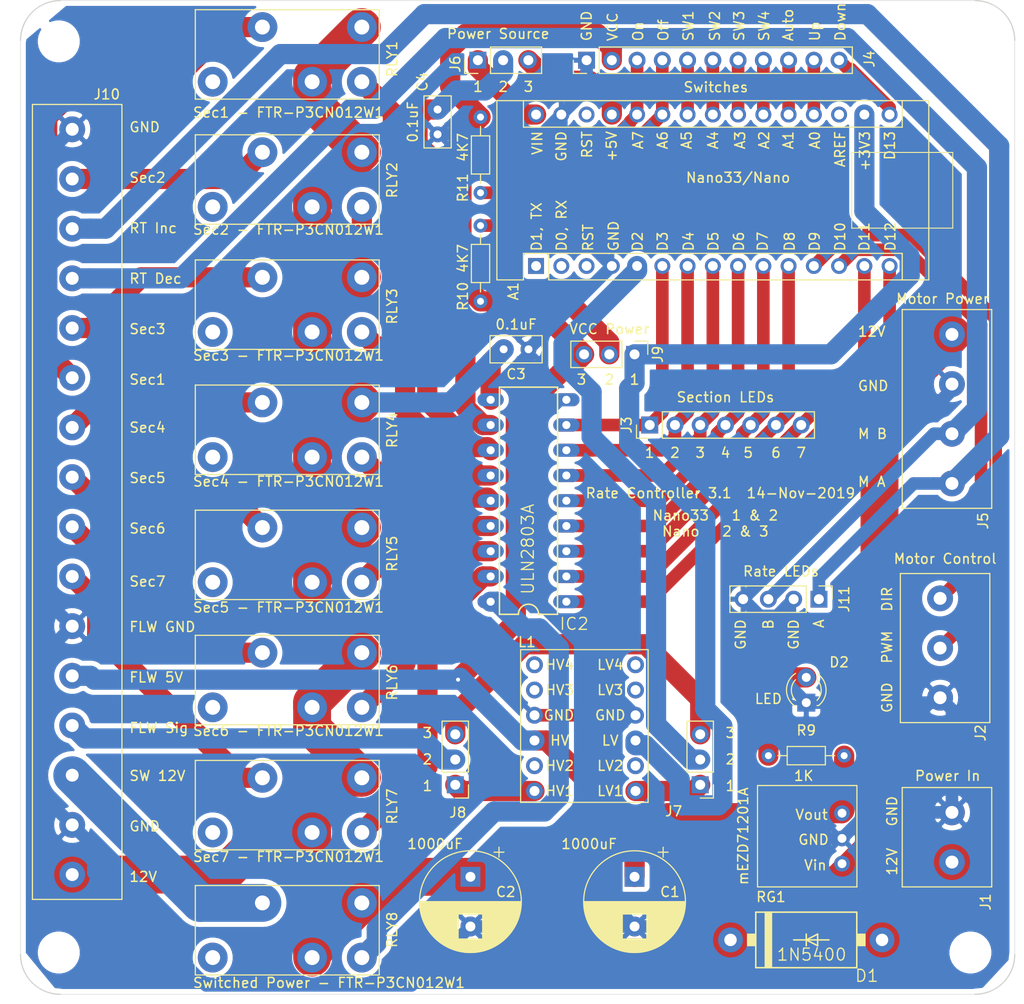
<source format=kicad_pcb>
(kicad_pcb (version 20171130) (host pcbnew "(5.1.2)-2")
  (layers (0 F.Cu signal) (31 B.Cu signal) (34 B.Paste user) (35 F.Paste user) (36 B.SilkS user) (37 F.SilkS user) (38 B.Mask user) (39 F.Mask user) (44 Edge.Cuts user))
  (net 0 "")
  (net 1 "Net-(A1-Pad16)")
  (net 2 "Net-(A1-Pad15)")
  (net 3 "Net-(A1-Pad30)")
  (net 4 "Net-(A1-Pad14)")
  (net 5 GND)
  (net 6 "Net-(A1-Pad13)")
  (net 7 "Net-(A1-Pad28)")
  (net 8 "Net-(A1-Pad12)")
  (net 9 "Net-(A1-Pad11)")
  (net 10 "Net-(A1-Pad10)")
  (net 11 "Net-(A1-Pad9)")
  (net 12 "Net-(A1-Pad24)")
  (net 13 "Net-(A1-Pad8)")
  (net 14 "Net-(A1-Pad23)")
  (net 15 "Net-(A1-Pad7)")
  (net 16 "Net-(A1-Pad22)")
  (net 17 "Net-(A1-Pad6)")
  (net 18 "Net-(A1-Pad21)")
  (net 19 "Net-(A1-Pad5)")
  (net 20 "Net-(A1-Pad20)")
  (net 21 "Net-(A1-Pad19)")
  (net 22 "Net-(A1-Pad3)")
  (net 23 "Net-(A1-Pad18)")
  (net 24 "Net-(A1-Pad2)")
  (net 25 "Net-(A1-Pad17)")
  (net 26 "Net-(A1-Pad1)")
  (net 27 "Net-(IC2-Pad18)")
  (net 28 "Net-(IC2-Pad17)")
  (net 29 "Net-(IC2-Pad16)")
  (net 30 "Net-(IC2-Pad15)")
  (net 31 "Net-(IC2-Pad14)")
  (net 32 "Net-(IC2-Pad13)")
  (net 33 "Net-(IC2-Pad12)")
  (net 34 "Net-(IC2-Pad11)")
  (net 35 "Net-(C2-Pad1)")
  (net 36 "Net-(D1-PadA)")
  (net 37 "Net-(C1-Pad1)")
  (net 38 "Net-(D2-Pad2)")
  (net 39 "Net-(A1-Pad25)")
  (net 40 "Net-(A1-Pad26)")
  (net 41 "Net-(A1-Pad27)")
  (net 42 "Net-(RLY1-Pad3)")
  (net 43 "Net-(RLY2-Pad3)")
  (net 44 "Net-(RLY3-Pad3)")
  (net 45 "Net-(RLY4-Pad3)")
  (net 46 "Net-(RLY5-Pad3)")
  (net 47 "Net-(RLY6-Pad3)")
  (net 48 "Net-(RLY7-Pad3)")
  (net 49 "Net-(RLY8-Pad3)")
  (net 50 "Net-(J7-Pad3)")
  (net 51 "Net-(J7-Pad1)")
  (net 52 "Net-(L1-Pad12)")
  (net 53 "Net-(L1-Pad11)")
  (net 54 "Net-(L1-Pad8)")
  (net 55 "Net-(L1-Pad6)")
  (net 56 "Net-(L1-Pad5)")
  (net 57 "Net-(L1-Pad2)")
  (net 58 "Net-(J4-Pad2)")
  (net 59 "Net-(J8-Pad1)")
  (net 60 "Net-(J10-Pad3)")
  (net 61 "Net-(J10-Pad4)")
  (net 62 "Net-(J10-Pad13)")
  (net 63 "Net-(J10-Pad14)")
  (net 64 "Net-(J10-Pad10)")
  (net 65 "Net-(J10-Pad9)")
  (net 66 "Net-(J10-Pad8)")
  (net 67 "Net-(J10-Pad7)")
  (net 68 "Net-(J10-Pad6)")
  (net 69 "Net-(J10-Pad5)")
  (net 70 "Net-(J10-Pad2)")
  (module Connector_PinHeader_2.54mm:PinHeader_1x04_P2.54mm_Vertical (layer F.Cu) (at 130.302 110.236 270)
    (fp_text reference J11 (at 0 -2.54 90) (layer F.SilkS))
    (fp_text value "Rate LEDs" (at -2.794 3.81 180) (layer F.SilkS))
    (pad 4 thru_hole oval (at 0 7.62 270) (size 1.7 1.7) (drill 1) (layers *.Cu *.Mask) (net 5 GND))
    (pad 3 thru_hole oval (at 0 5.08 270) (size 1.7 1.7) (drill 1) (layers *.Cu *.Mask) (net 61 "Net-(J10-Pad4)"))
    (pad 2 thru_hole oval (at 0 2.54 270) (size 1.7 1.7) (drill 1) (layers *.Cu *.Mask) (net 5 GND))
    (pad 1 thru_hole rect (at 0 0 270) (size 1.7 1.7) (drill 1) (layers *.Cu *.Mask) (net 60 "Net-(J10-Pad3)"))
  )
  (module Capacitor_THT:C_Disc_D5.0mm_W2.5mm_P2.50mm (layer F.Cu) (at 101.092 85.09 180)
    (fp_text reference C3 (at 1.25 -2.5) (layer F.SilkS))
    (fp_text value 0.1uF (at 1.25 2.5) (layer F.SilkS))
    (pad 2 thru_hole circle (at 2.5 0 180) (size 1.6 1.6) (drill 0.8) (layers *.Cu *.Mask) (net 35 "Net-(C2-Pad1)"))
    (pad 1 thru_hole circle (at 0 0 180) (size 1.6 1.6) (drill 0.8) (layers *.Cu *.Mask) (net 5 GND))
  )
  (module "my library:LLC" (layer F.Cu) (at 99.154999 111.76 180)
    (fp_text reference L1 (at -1.778 -2.794 180) (layer F.SilkS))
    (fp_text value LLC)
    (fp_text user HV3 (at -5.08 -7.62 180) (layer F.SilkS))
    (fp_text user HV4 (at -5.08 -5.08 180) (layer F.SilkS))
    (fp_text user GND (at -10.16 -10.16 180) (layer F.SilkS))
    (fp_text user HV (at -5.08 -12.7 180) (layer F.SilkS))
    (fp_text user HV2 (at -5.08 -15.24 180) (layer F.SilkS))
    (fp_text user HV1 (at -5.08 -17.78 180) (layer F.SilkS))
    (fp_text user LV4 (at -10.16 -5.08 180) (layer F.SilkS))
    (fp_text user LV3 (at -10.16 -7.62 180) (layer F.SilkS))
    (fp_text user GND (at -5 -10.16 180) (layer F.SilkS))
    (fp_text user LV (at -10.16 -12.7 180) (layer F.SilkS))
    (fp_text user LV2 (at -10.16 -15.24 180) (layer F.SilkS))
    (fp_text user LV1 (at -10.16 -17.78 180) (layer F.SilkS))
    (pad 12 thru_hole circle (at -2.54 -5.08 180) (size 1.7 1.7) (drill 1) (layers *.Cu *.Mask) (net 52 "Net-(L1-Pad12)"))
    (pad 11 thru_hole circle (at -2.54 -7.62 180) (size 1.7 1.7) (drill 1) (layers *.Cu *.Mask) (net 53 "Net-(L1-Pad11)"))
    (pad 10 thru_hole circle (at -2.54 -10.16 180) (size 1.7 1.7) (drill 1) (layers *.Cu *.Mask) (net 5 GND))
    (pad 9 thru_hole circle (at -2.54 -12.7 180) (size 1.7 1.7) (drill 1) (layers *.Cu *.Mask) (net 37 "Net-(C1-Pad1)"))
    (pad 8 thru_hole circle (at -2.54 -15.24 180) (size 1.7 1.7) (drill 1) (layers *.Cu *.Mask) (net 54 "Net-(L1-Pad8)"))
    (pad 7 thru_hole circle (at -2.54 -17.78 180) (size 1.7 1.7) (drill 1) (layers *.Cu *.Mask) (net 59 "Net-(J8-Pad1)"))
    (pad 6 thru_hole circle (at -12.7 -5.08 180) (size 1.7 1.7) (drill 1) (layers *.Cu *.Mask) (net 55 "Net-(L1-Pad6)"))
    (pad 5 thru_hole circle (at -12.7 -7.62 180) (size 1.7 1.7) (drill 1) (layers *.Cu *.Mask) (net 56 "Net-(L1-Pad5)"))
    (pad 4 thru_hole circle (at -12.7 -10.16 180) (size 1.7 1.7) (drill 1) (layers *.Cu *.Mask) (net 5 GND))
    (pad 3 thru_hole circle (at -12.7 -12.7 180) (size 1.7 1.7) (drill 1) (layers *.Cu *.Mask) (net 25 "Net-(A1-Pad17)"))
    (pad 2 thru_hole circle (at -12.7 -15.24 180) (size 1.7 1.7) (drill 1) (layers *.Cu *.Mask) (net 57 "Net-(L1-Pad2)"))
    (pad 1 thru_hole circle (at -12.7 -17.78 180) (size 1.7 1.7) (drill 1) (layers *.Cu *.Mask) (net 51 "Net-(J7-Pad1)"))
  )
  (module "my library:mEZD71201A" (layer F.Cu) (at 124.127 139.192 90)
    (fp_text reference RG1 (at -1.016 1.349) (layer F.SilkS))
    (fp_text value mEZD71201A (at 5.1054 -1.4478 90) (layer F.SilkS))
    (fp_text user Vin (at 2.1844 5.8166) (layer F.SilkS))
    (fp_text user GND (at 4.7498 5.6388) (layer F.SilkS))
    (fp_text user Vout (at 7.2644 5.4356) (layer F.SilkS))
    (pad 3 thru_hole circle (at 7.4168 8.5 180) (size 1.59 1.59) (drill 0.89) (layers *.Cu *.Mask) (net 37 "Net-(C1-Pad1)"))
    (pad 2 thru_hole circle (at 4.8768 8.5 180) (size 1.59 1.59) (drill 0.89) (layers *.Cu *.Mask) (net 5 GND))
    (pad 1 thru_hole circle (at 2.3368 8.5 180) (size 1.59 1.59) (drill 0.89) (layers *.Cu *.Mask) (net 35 "Net-(C2-Pad1)"))
  )
  (module "my library:1N5400" (layer F.Cu) (at 129.032 144.526)
    (fp_text reference D1 (at 4.826 4.318) (layer F.SilkS) (effects (font (size 1.2065 1.2065) (thickness 0.127)) (justify left bottom)))
    (fp_text value 1N5400 (at -3.048 2.1844) (layer F.SilkS) (effects (font (size 1.2065 1.2065) (thickness 0.127)) (justify left bottom)))
    (pad C thru_hole circle (at -7.62 0) (size 2.5 2.5) (drill 1.25) (layers *.Cu *.Mask) (net 35 "Net-(C2-Pad1)"))
    (pad A thru_hole circle (at 7.62 0) (size 2.5 2.5) (drill 1.25) (layers *.Cu *.Mask) (net 36 "Net-(D1-PadA)"))
  )
  (module "my library:FTR-P3_Relay" (layer F.Cu) (at 84.328 70.757142 180)
    (fp_text reference RLY2 (at -3.048 2.685142 270) (layer F.SilkS))
    (fp_text value "Sec2 - FTR-P3CN012W1" (at 7.373428 -2.286) (layer F.SilkS))
    (pad 2 thru_hole circle (at 10 5.5 180) (size 3 3) (drill 1.5) (layers *.Cu *.Mask) (net 70 "Net-(J10-Pad2)"))
    (pad 3 thru_hole circle (at 15 0 180) (size 3 3) (drill 1.5) (layers *.Cu *.Mask) (net 43 "Net-(RLY2-Pad3)"))
    (pad 4 thru_hole circle (at 5 0 180) (size 3 3) (drill 1.5) (layers *.Cu *.Mask) (net 35 "Net-(C2-Pad1)"))
    (pad 5 thru_hole circle (at 0 0 180) (size 3 3) (drill 1.5) (layers *.Cu *.Mask) (net 33 "Net-(IC2-Pad12)"))
    (pad 1 thru_hole circle (at 0 5.5 180) (size 3 3) (drill 1.5) (layers *.Cu *.Mask) (net 35 "Net-(C2-Pad1)"))
  )
  (module "my library:FTR-P3_Relay" (layer F.Cu) (at 84.328 146.304 180)
    (fp_text reference RLY8 (at -3.048 2.794 270) (layer F.SilkS))
    (fp_text value "Switched Power - FTR-P3CN012W1" (at 3.302 -2.54 180) (layer F.SilkS))
    (pad 2 thru_hole circle (at 10 5.5 180) (size 3 3) (drill 1.5) (layers *.Cu *.Mask) (net 63 "Net-(J10-Pad14)"))
    (pad 3 thru_hole circle (at 15 0 180) (size 3 3) (drill 1.5) (layers *.Cu *.Mask) (net 49 "Net-(RLY8-Pad3)"))
    (pad 4 thru_hole circle (at 5 0 180) (size 3 3) (drill 1.5) (layers *.Cu *.Mask) (net 35 "Net-(C2-Pad1)"))
    (pad 5 thru_hole circle (at 0 0 180) (size 3 3) (drill 1.5) (layers *.Cu *.Mask) (net 27 "Net-(IC2-Pad18)"))
    (pad 1 thru_hole circle (at 0 5.5 180) (size 3 3) (drill 1.5) (layers *.Cu *.Mask) (net 35 "Net-(C2-Pad1)"))
  )
  (module "my library:FTR-P3_Relay" (layer F.Cu) (at 84.328 133.712852 180)
    (fp_text reference RLY7 (at -3.048 2.62467 270) (layer F.SilkS))
    (fp_text value "Sec7 - FTR-P3CN012W1" (at 7.373428 -2.45533 180) (layer F.SilkS))
    (pad 2 thru_hole circle (at 10 5.5 180) (size 3 3) (drill 1.5) (layers *.Cu *.Mask) (net 64 "Net-(J10-Pad10)"))
    (pad 3 thru_hole circle (at 15 0 180) (size 3 3) (drill 1.5) (layers *.Cu *.Mask) (net 48 "Net-(RLY7-Pad3)"))
    (pad 4 thru_hole circle (at 5 0 180) (size 3 3) (drill 1.5) (layers *.Cu *.Mask) (net 35 "Net-(C2-Pad1)"))
    (pad 5 thru_hole circle (at 0 0 180) (size 3 3) (drill 1.5) (layers *.Cu *.Mask) (net 28 "Net-(IC2-Pad17)"))
    (pad 1 thru_hole circle (at 0 5.5 180) (size 3 3) (drill 1.5) (layers *.Cu *.Mask) (net 35 "Net-(C2-Pad1)"))
  )
  (module "my library:FTR-P3_Relay" (layer F.Cu) (at 84.328 121.12171 180)
    (fp_text reference RLY6 (at -3.048 2.50371 270) (layer F.SilkS))
    (fp_text value "Sec6 - FTR-P3CN012W1" (at 7.373428 -2.370664 180) (layer F.SilkS))
    (pad 2 thru_hole circle (at 10 5.5 180) (size 3 3) (drill 1.5) (layers *.Cu *.Mask) (net 65 "Net-(J10-Pad9)"))
    (pad 3 thru_hole circle (at 15 0 180) (size 3 3) (drill 1.5) (layers *.Cu *.Mask) (net 47 "Net-(RLY6-Pad3)"))
    (pad 4 thru_hole circle (at 5 0 180) (size 3 3) (drill 1.5) (layers *.Cu *.Mask) (net 35 "Net-(C2-Pad1)"))
    (pad 5 thru_hole circle (at 0 0 180) (size 3 3) (drill 1.5) (layers *.Cu *.Mask) (net 29 "Net-(IC2-Pad16)"))
    (pad 1 thru_hole circle (at 0 5.5 180) (size 3 3) (drill 1.5) (layers *.Cu *.Mask) (net 35 "Net-(C2-Pad1)"))
  )
  (module "my library:FTR-P3_Relay" (layer F.Cu) (at 84.328 108.530568 180)
    (fp_text reference RLY5 (at -3.048 2.866568 270) (layer F.SilkS))
    (fp_text value "Sec5 - FTR-P3CN012W1" (at 7.373428 -2.539998 180) (layer F.SilkS))
    (pad 2 thru_hole circle (at 10 5.5 180) (size 3 3) (drill 1.5) (layers *.Cu *.Mask) (net 66 "Net-(J10-Pad8)"))
    (pad 3 thru_hole circle (at 15 0 180) (size 3 3) (drill 1.5) (layers *.Cu *.Mask) (net 46 "Net-(RLY5-Pad3)"))
    (pad 4 thru_hole circle (at 5 0 180) (size 3 3) (drill 1.5) (layers *.Cu *.Mask) (net 35 "Net-(C2-Pad1)"))
    (pad 5 thru_hole circle (at 0 0 180) (size 3 3) (drill 1.5) (layers *.Cu *.Mask) (net 30 "Net-(IC2-Pad15)"))
    (pad 1 thru_hole circle (at 0 5.5 180) (size 3 3) (drill 1.5) (layers *.Cu *.Mask) (net 35 "Net-(C2-Pad1)"))
  )
  (module "my library:FTR-P3_Relay" (layer F.Cu) (at 84.328 95.939426 180)
    (fp_text reference RLY4 (at -3.048 2.721426 270) (layer F.SilkS))
    (fp_text value "Sec4 - FTR-P3CN012W1" (at 7.373428 -2.455332 180) (layer F.SilkS))
    (pad 2 thru_hole circle (at 10 5.5 180) (size 3 3) (drill 1.5) (layers *.Cu *.Mask) (net 67 "Net-(J10-Pad7)"))
    (pad 3 thru_hole circle (at 15 0 180) (size 3 3) (drill 1.5) (layers *.Cu *.Mask) (net 45 "Net-(RLY4-Pad3)"))
    (pad 4 thru_hole circle (at 5 0 180) (size 3 3) (drill 1.5) (layers *.Cu *.Mask) (net 35 "Net-(C2-Pad1)"))
    (pad 5 thru_hole circle (at 0 0 180) (size 3 3) (drill 1.5) (layers *.Cu *.Mask) (net 31 "Net-(IC2-Pad14)"))
    (pad 1 thru_hole circle (at 0 5.5 180) (size 3 3) (drill 1.5) (layers *.Cu *.Mask) (net 35 "Net-(C2-Pad1)"))
  )
  (module "my library:FTR-P3_Relay" (layer F.Cu) (at 84.328 83.348284 180)
    (fp_text reference RLY3 (at -3.048 2.576284 90) (layer F.SilkS))
    (fp_text value "Sec3 - FTR-P3CN012W1" (at 7.373428 -2.370666 180) (layer F.SilkS))
    (pad 2 thru_hole circle (at 10 5.5 180) (size 3 3) (drill 1.5) (layers *.Cu *.Mask) (net 69 "Net-(J10-Pad5)"))
    (pad 3 thru_hole circle (at 15 0 180) (size 3 3) (drill 1.5) (layers *.Cu *.Mask) (net 44 "Net-(RLY3-Pad3)"))
    (pad 4 thru_hole circle (at 5 0 180) (size 3 3) (drill 1.5) (layers *.Cu *.Mask) (net 35 "Net-(C2-Pad1)"))
    (pad 5 thru_hole circle (at 0 0 180) (size 3 3) (drill 1.5) (layers *.Cu *.Mask) (net 32 "Net-(IC2-Pad13)"))
    (pad 1 thru_hole circle (at 0 5.5 180) (size 3 3) (drill 1.5) (layers *.Cu *.Mask) (net 35 "Net-(C2-Pad1)"))
  )
  (module "my library:FTR-P3_Relay" (layer F.Cu) (at 84.328 58.166 180)
    (fp_text reference RLY1 (at -3.048 2.286 90) (layer F.SilkS))
    (fp_text value "Sec1 - FTR-P3CN012W1" (at 7.373428 -3.0988) (layer F.SilkS))
    (pad 2 thru_hole circle (at 10 5.5 180) (size 3 3) (drill 1.5) (layers *.Cu *.Mask) (net 68 "Net-(J10-Pad6)"))
    (pad 3 thru_hole circle (at 15 0 180) (size 3 3) (drill 1.5) (layers *.Cu *.Mask) (net 42 "Net-(RLY1-Pad3)"))
    (pad 4 thru_hole circle (at 5 0 180) (size 3 3) (drill 1.5) (layers *.Cu *.Mask) (net 35 "Net-(C2-Pad1)"))
    (pad 5 thru_hole circle (at 0 0 180) (size 3 3) (drill 1.5) (layers *.Cu *.Mask) (net 34 "Net-(IC2-Pad11)"))
    (pad 1 thru_hole circle (at 0 5.5 180) (size 3 3) (drill 1.5) (layers *.Cu *.Mask) (net 35 "Net-(C2-Pad1)"))
  )
  (module "my library:Phoenix_16_pin_5mm_terminal_block" (layer F.Cu) (at 60.198 60.452 270)
    (fp_text reference J10 (at -1.016 1.524) (layer F.SilkS))
    (fp_text value Screw_Terminal_01x16)
    (pad 16 thru_hole circle (at 77.5 5 270) (size 2.6 2.6) (drill 1.3) (layers *.Cu *.Mask) (net 35 "Net-(C2-Pad1)"))
    (pad 15 thru_hole circle (at 72.5 5 270) (size 2.6 2.6) (drill 1.3) (layers *.Cu *.Mask) (net 5 GND))
    (pad 14 thru_hole circle (at 67.5 5 270) (size 2.6 2.6) (drill 1.3) (layers *.Cu *.Mask) (net 63 "Net-(J10-Pad14)"))
    (pad 13 thru_hole circle (at 62.5 5 270) (size 2.6 2.6) (drill 1.3) (layers *.Cu *.Mask) (net 62 "Net-(J10-Pad13)"))
    (pad 12 thru_hole circle (at 57.5 5 270) (size 2.6 2.6) (drill 1.3) (layers *.Cu *.Mask) (net 37 "Net-(C1-Pad1)"))
    (pad 11 thru_hole circle (at 52.5 5 270) (size 2.6 2.6) (drill 1.3) (layers *.Cu *.Mask) (net 5 GND))
    (pad 10 thru_hole circle (at 47.5 5 270) (size 2.6 2.6) (drill 1.3) (layers *.Cu *.Mask) (net 64 "Net-(J10-Pad10)"))
    (pad 9 thru_hole circle (at 42.5 5 270) (size 2.6 2.6) (drill 1.3) (layers *.Cu *.Mask) (net 65 "Net-(J10-Pad9)"))
    (pad 8 thru_hole circle (at 37.5 5 270) (size 2.6 2.6) (drill 1.3) (layers *.Cu *.Mask) (net 66 "Net-(J10-Pad8)"))
    (pad 7 thru_hole circle (at 32.5 5 270) (size 2.6 2.6) (drill 1.3) (layers *.Cu *.Mask) (net 67 "Net-(J10-Pad7)"))
    (pad 6 thru_hole circle (at 27.5 5 270) (size 2.6 2.6) (drill 1.3) (layers *.Cu *.Mask) (net 68 "Net-(J10-Pad6)"))
    (pad 5 thru_hole circle (at 22.5 5 270) (size 2.6 2.6) (drill 1.3) (layers *.Cu *.Mask) (net 69 "Net-(J10-Pad5)"))
    (pad 4 thru_hole circle (at 17.5 5 270) (size 2.6 2.6) (drill 1.3) (layers *.Cu *.Mask) (net 61 "Net-(J10-Pad4)"))
    (pad 3 thru_hole circle (at 12.5 5 270) (size 2.6 2.6) (drill 1.3) (layers *.Cu *.Mask) (net 60 "Net-(J10-Pad3)"))
    (pad 2 thru_hole circle (at 7.5 5 270) (size 2.6 2.6) (drill 1.3) (layers *.Cu *.Mask) (net 70 "Net-(J10-Pad2)"))
    (pad 1 thru_hole circle (at 2.5 5 270) (size 2.6 2.6) (drill 1.3) (layers *.Cu *.Mask) (net 5 GND))
  )
  (module "my library:Phoenix_4_pin_5mm_terminal_block" (layer F.Cu) (at 138.684 101.092 90)
    (fp_text reference J5 (at -1.27 8.128 90) (layer F.SilkS))
    (fp_text value "Motor Power" (at 21.082 4.064 180) (layer F.SilkS))
    (pad 4 thru_hole circle (at 17.5 5 90) (size 2.6 2.6) (drill 1.3) (layers *.Cu *.Mask) (net 35 "Net-(C2-Pad1)"))
    (pad 3 thru_hole circle (at 12.5 5 90) (size 2.6 2.6) (drill 1.3) (layers *.Cu *.Mask) (net 5 GND))
    (pad 2 thru_hole circle (at 7.5 5 90) (size 2.6 2.6) (drill 1.3) (layers *.Cu *.Mask) (net 61 "Net-(J10-Pad4)"))
    (pad 1 thru_hole circle (at 2.5 5 90) (size 2.6 2.6) (drill 1.3) (layers *.Cu *.Mask) (net 60 "Net-(J10-Pad3)"))
  )
  (module "my library:Phoenix_3_pin_5mm_terminal_block" (layer F.Cu) (at 147.494001 107.656999 270)
    (fp_text reference J2 (at 16.041001 0.936001 90) (layer F.SilkS))
    (fp_text value "Motor Control" (at -1.484999 4.492001 180) (layer F.SilkS))
    (pad 3 thru_hole circle (at 12.5 5 270) (size 2.6 2.6) (drill 1.3) (layers *.Cu *.Mask) (net 5 GND))
    (pad 2 thru_hole circle (at 7.5 5 270) (size 2.6 2.6) (drill 1.3) (layers *.Cu *.Mask) (net 8 "Net-(A1-Pad12)"))
    (pad 1 thru_hole circle (at 2.5 5 270) (size 2.6 2.6) (drill 1.3) (layers *.Cu *.Mask) (net 6 "Net-(A1-Pad13)"))
  )
  (module "my library:Phoenix_2_pin_5mm_terminal_block" (layer F.Cu) (at 138.684 139.192 90)
    (fp_text reference J1 (at -1.524 8.382 90) (layer F.SilkS))
    (fp_text value "Power In" (at 11.176 4.572 180) (layer F.SilkS))
    (pad 2 thru_hole circle (at 7.5 5 90) (size 2.6 2.6) (drill 1.3) (layers *.Cu *.Mask) (net 5 GND))
    (pad 1 thru_hole circle (at 2.5 5 90) (size 2.6 2.6) (drill 1.3) (layers *.Cu *.Mask) (net 36 "Net-(D1-PadA)"))
  )
  (module "my library:DIL18" (layer F.Cu) (at 101.092 100.33 90)
    (fp_text reference IC2 (at -11.684 3.048) (layer F.SilkS) (effects (font (size 1.2065 1.2065) (thickness 0.127)) (justify left top)))
    (fp_text value ULN2803A (at -9.525 0.635 90) (layer F.SilkS) (effects (font (size 1.2065 1.2065) (thickness 0.127)) (justify left bottom)))
    (pad 18 thru_hole oval (at -10.16 -3.81 180) (size 2.6416 1.3208) (drill 0.8128) (layers *.Cu *.Mask) (net 27 "Net-(IC2-Pad18)"))
    (pad 17 thru_hole oval (at -7.62 -3.81 180) (size 2.6416 1.3208) (drill 0.8128) (layers *.Cu *.Mask) (net 28 "Net-(IC2-Pad17)"))
    (pad 16 thru_hole oval (at -5.08 -3.81 180) (size 2.6416 1.3208) (drill 0.8128) (layers *.Cu *.Mask) (net 29 "Net-(IC2-Pad16)"))
    (pad 15 thru_hole oval (at -2.54 -3.81 180) (size 2.6416 1.3208) (drill 0.8128) (layers *.Cu *.Mask) (net 30 "Net-(IC2-Pad15)"))
    (pad 14 thru_hole oval (at 0 -3.81 180) (size 2.6416 1.3208) (drill 0.8128) (layers *.Cu *.Mask) (net 31 "Net-(IC2-Pad14)"))
    (pad 13 thru_hole oval (at 2.54 -3.81 180) (size 2.6416 1.3208) (drill 0.8128) (layers *.Cu *.Mask) (net 32 "Net-(IC2-Pad13)"))
    (pad 12 thru_hole oval (at 5.08 -3.81 180) (size 2.6416 1.3208) (drill 0.8128) (layers *.Cu *.Mask) (net 33 "Net-(IC2-Pad12)"))
    (pad 11 thru_hole oval (at 7.62 -3.81 180) (size 2.6416 1.3208) (drill 0.8128) (layers *.Cu *.Mask) (net 34 "Net-(IC2-Pad11)"))
    (pad 10 thru_hole oval (at 10.16 -3.81 180) (size 2.6416 1.3208) (drill 0.8128) (layers *.Cu *.Mask) (net 35 "Net-(C2-Pad1)"))
    (pad 9 thru_hole oval (at 10.16 3.81 180) (size 2.6416 1.3208) (drill 0.8128) (layers *.Cu *.Mask) (net 5 GND))
    (pad 5 thru_hole oval (at 0 3.81 180) (size 2.6416 1.3208) (drill 0.8128) (layers *.Cu *.Mask) (net 11 "Net-(A1-Pad9)"))
    (pad 6 thru_hole oval (at 2.54 3.81 180) (size 2.6416 1.3208) (drill 0.8128) (layers *.Cu *.Mask) (net 13 "Net-(A1-Pad8)"))
    (pad 4 thru_hole oval (at -2.54 3.81 180) (size 2.6416 1.3208) (drill 0.8128) (layers *.Cu *.Mask) (net 10 "Net-(A1-Pad10)"))
    (pad 3 thru_hole oval (at -5.08 3.81 180) (size 2.6416 1.3208) (drill 0.8128) (layers *.Cu *.Mask) (net 9 "Net-(A1-Pad11)"))
    (pad 8 thru_hole oval (at 7.62 3.81 180) (size 2.6416 1.3208) (drill 0.8128) (layers *.Cu *.Mask) (net 17 "Net-(A1-Pad6)"))
    (pad 7 thru_hole oval (at 5.08 3.81 180) (size 2.6416 1.3208) (drill 0.8128) (layers *.Cu *.Mask) (net 15 "Net-(A1-Pad7)"))
    (pad 2 thru_hole oval (at -7.62 3.81 180) (size 2.6416 1.3208) (drill 0.8128) (layers *.Cu *.Mask) (net 4 "Net-(A1-Pad14)"))
    (pad 1 thru_hole oval (at -10.16 3.81 180) (size 2.6416 1.3208) (drill 0.8128) (layers *.Cu *.Mask) (net 2 "Net-(A1-Pad15)"))
  )
  (module MountingHole:MountingHole_3.2mm_M3 (layer F.Cu) (at 145.542 145.796)
    (fp_text reference H4 hide)
    (fp_text value MountingHole)
    (pad 1 np_thru_hole circle (at 0 0) (size 3.2 3.2) (drill 3.2) (layers *.Cu *.Mask))
  )
  (module MountingHole:MountingHole_3.2mm_M3 (layer F.Cu) (at 53.848 145.796)
    (fp_text reference H3 hide)
    (fp_text value MountingHole)
    (pad 1 np_thru_hole circle (at 0 0) (size 3.2 3.2) (drill 3.2) (layers *.Cu *.Mask))
  )
  (module MountingHole:MountingHole_3.2mm_M3 (layer F.Cu) (at 145.796 54.102)
    (fp_text reference H2 hide)
    (fp_text value MountingHole)
    (pad 1 np_thru_hole circle (at 0 0) (size 3.2 3.2) (drill 3.2) (layers *.Cu *.Mask))
  )
  (module MountingHole:MountingHole_3.2mm_M3 (layer F.Cu) (at 53.848 54.102)
    (fp_text reference H1 hide)
    (fp_text value MountingHole)
    (pad 1 np_thru_hole circle (at 0 0) (size 3.2 3.2) (drill 3.2) (layers *.Cu *.Mask))
  )
  (module Connector_PinHeader_2.54mm:PinHeader_1x03_P2.54mm_Vertical (layer F.Cu) (at 96 56 90)
    (fp_text reference J6 (at -0.388 -2.274 90) (layer F.SilkS))
    (fp_text value "Power Source" (at 2.66 2.044) (layer F.SilkS))
    (pad 3 thru_hole oval (at 0 5.08 90) (size 1.7 1.7) (drill 1) (layers *.Cu *.Mask) (net 41 "Net-(A1-Pad27)"))
    (pad 2 thru_hole oval (at 0 2.54 90) (size 1.7 1.7) (drill 1) (layers *.Cu *.Mask) (net 37 "Net-(C1-Pad1)"))
    (pad 1 thru_hole rect (at 0 0 90) (size 1.7 1.7) (drill 1) (layers *.Cu *.Mask) (net 3 "Net-(A1-Pad30)"))
  )
  (module Connector_PinHeader_2.54mm:PinHeader_1x03_P2.54mm_Vertical (layer F.Cu) (at 111.76 85.598 270)
    (fp_text reference J9 (at 0 -2.33 90) (layer F.SilkS))
    (fp_text value "VCC Power" (at -2.54 2.54) (layer F.SilkS))
    (pad 3 thru_hole oval (at 0 5.08 270) (size 1.7 1.7) (drill 1) (layers *.Cu *.Mask) (net 37 "Net-(C1-Pad1)"))
    (pad 2 thru_hole oval (at 0 2.54 270) (size 1.7 1.7) (drill 1) (layers *.Cu *.Mask) (net 58 "Net-(J4-Pad2)"))
    (pad 1 thru_hole rect (at 0 0 270) (size 1.7 1.7) (drill 1) (layers *.Cu *.Mask) (net 25 "Net-(A1-Pad17)"))
  )
  (module Connector_PinHeader_2.54mm:PinHeader_1x03_P2.54mm_Vertical (layer F.Cu) (at 93.726 128.918 180)
    (fp_text reference J8 (at -0.254 -2.794) (layer F.SilkS))
    (fp_text value "Flow Selection1")
    (pad 3 thru_hole oval (at 0 5.08 180) (size 1.7 1.7) (drill 1) (layers *.Cu *.Mask) (net 50 "Net-(J7-Pad3)"))
    (pad 2 thru_hole oval (at 0 2.54 180) (size 1.7 1.7) (drill 1) (layers *.Cu *.Mask) (net 62 "Net-(J10-Pad13)"))
    (pad 1 thru_hole rect (at 0 0 180) (size 1.7 1.7) (drill 1) (layers *.Cu *.Mask) (net 59 "Net-(J8-Pad1)"))
  )
  (module Connector_PinHeader_2.54mm:PinHeader_1x03_P2.54mm_Vertical (layer F.Cu) (at 118.364 128.918 180)
    (fp_text reference J7 (at 2.667 -2.667) (layer F.SilkS))
    (fp_text value "Flow Selection2")
    (pad 3 thru_hole oval (at 0 5.08 180) (size 1.7 1.7) (drill 1) (layers *.Cu *.Mask) (net 50 "Net-(J7-Pad3)"))
    (pad 2 thru_hole oval (at 0 2.54 180) (size 1.7 1.7) (drill 1) (layers *.Cu *.Mask) (net 19 "Net-(A1-Pad5)"))
    (pad 1 thru_hole rect (at 0 0 180) (size 1.7 1.7) (drill 1) (layers *.Cu *.Mask) (net 51 "Net-(J7-Pad1)"))
  )
  (module "my library:Arduino_Nano" (layer F.Cu) (at 101.854 76.708 90)
    (fp_text reference A1 (at -2.54 -2.286 90) (layer F.SilkS))
    (fp_text value Nano33/Nano (at 8.89 20.32) (layer F.SilkS))
    (fp_text user D13 (at 12.1158 35.5854 90) (layer F.SilkS))
    (fp_text user +3V3 (at 11.568181 33.0708 90) (layer F.SilkS))
    (fp_text user AREF (at 11.758657 30.5816 90) (layer F.SilkS))
    (fp_text user A0 (at 12.663419 28.0416 90) (layer F.SilkS))
    (fp_text user A1 (at 12.663419 25.3746 90) (layer F.SilkS))
    (fp_text user A2 (at 12.663419 22.9362 90) (layer F.SilkS))
    (fp_text user A3 (at 12.663419 20.5232 90) (layer F.SilkS))
    (fp_text user A4 (at 12.663419 17.8054 90) (layer F.SilkS))
    (fp_text user A5 (at 12.663419 15.1384 90) (layer F.SilkS))
    (fp_text user A6 (at 12.663419 12.7254 90) (layer F.SilkS))
    (fp_text user A7 (at 12.663419 10.2616 90) (layer F.SilkS))
    (fp_text user +5V (at 12.044371 7.5946 90) (layer F.SilkS))
    (fp_text user RST (at 12.211038 5.1308 90) (layer F.SilkS))
    (fp_text user GND (at 12.044371 2.54 90) (layer F.SilkS))
    (fp_text user VIN (at 12.377705 0.127 90) (layer F.SilkS))
    (fp_text user D12 (at 2.9464 35.6362 90) (layer F.SilkS))
    (fp_text user D11 (at 2.9464 33.02 90) (layer F.SilkS))
    (fp_text user D10 (at 2.9464 30.5816 90) (layer F.SilkS))
    (fp_text user D9 (at 2.470209 28.0162 90) (layer F.SilkS))
    (fp_text user D8 (at 2.470209 25.5016 90) (layer F.SilkS))
    (fp_text user D7 (at 2.470209 22.7838 90) (layer F.SilkS))
    (fp_text user D6 (at 2.470209 20.3962 90) (layer F.SilkS))
    (fp_text user D5 (at 2.470209 17.8308 90) (layer F.SilkS))
    (fp_text user D4 (at 2.470209 15.3416 90) (layer F.SilkS))
    (fp_text user D3 (at 2.470209 12.7254 90) (layer F.SilkS))
    (fp_text user D2 (at 2.470209 10.2108 90) (layer F.SilkS))
    (fp_text user GND (at 3.017828 7.7978 90) (layer F.SilkS))
    (fp_text user RST (at 2.851162 5.2324 90) (layer F.SilkS))
    (fp_text user "D0, RX" (at 4.065447 2.5654 90) (layer F.SilkS))
    (fp_text user "D1, TX" (at 3.9464 0.0508 90) (layer F.SilkS))
    (pad 1 thru_hole rect (at 0 0 90) (size 1.6 1.6) (drill 0.9906) (layers *.Cu *.Mask) (net 26 "Net-(A1-Pad1)"))
    (pad 17 thru_hole oval (at 15.24 33.02 90) (size 1.6 1.6) (drill 0.9906) (layers *.Cu *.Mask) (net 25 "Net-(A1-Pad17)"))
    (pad 2 thru_hole oval (at 0 2.54 90) (size 1.6 1.6) (drill 0.9906) (layers *.Cu *.Mask) (net 24 "Net-(A1-Pad2)"))
    (pad 18 thru_hole oval (at 15.24 30.48 90) (size 1.6 1.6) (drill 0.9906) (layers *.Cu *.Mask) (net 23 "Net-(A1-Pad18)"))
    (pad 3 thru_hole oval (at 0 5.08 90) (size 1.6 1.6) (drill 0.9906) (layers *.Cu *.Mask) (net 22 "Net-(A1-Pad3)"))
    (pad 19 thru_hole oval (at 15.24 27.94 90) (size 1.6 1.6) (drill 0.9906) (layers *.Cu *.Mask) (net 21 "Net-(A1-Pad19)"))
    (pad 4 thru_hole oval (at 0 7.62 90) (size 1.6 1.6) (drill 0.9906) (layers *.Cu *.Mask) (net 5 GND))
    (pad 20 thru_hole oval (at 15.24 25.4 90) (size 1.6 1.6) (drill 0.9906) (layers *.Cu *.Mask) (net 20 "Net-(A1-Pad20)"))
    (pad 5 thru_hole oval (at 0 10.16 90) (size 1.6 1.6) (drill 0.9906) (layers *.Cu *.Mask) (net 19 "Net-(A1-Pad5)"))
    (pad 21 thru_hole oval (at 15.24 22.86 90) (size 1.6 1.6) (drill 0.9906) (layers *.Cu *.Mask) (net 18 "Net-(A1-Pad21)"))
    (pad 6 thru_hole oval (at 0 12.7 90) (size 1.6 1.6) (drill 0.9906) (layers *.Cu *.Mask) (net 17 "Net-(A1-Pad6)"))
    (pad 22 thru_hole oval (at 15.24 20.32 90) (size 1.6 1.6) (drill 0.9906) (layers *.Cu *.Mask) (net 16 "Net-(A1-Pad22)"))
    (pad 7 thru_hole oval (at 0 15.24 90) (size 1.6 1.6) (drill 0.9906) (layers *.Cu *.Mask) (net 15 "Net-(A1-Pad7)"))
    (pad 23 thru_hole oval (at 15.24 17.78 90) (size 1.6 1.6) (drill 0.9906) (layers *.Cu *.Mask) (net 14 "Net-(A1-Pad23)"))
    (pad 8 thru_hole oval (at 0 17.78 90) (size 1.6 1.6) (drill 0.9906) (layers *.Cu *.Mask) (net 13 "Net-(A1-Pad8)"))
    (pad 24 thru_hole oval (at 15.24 15.24 90) (size 1.6 1.6) (drill 0.9906) (layers *.Cu *.Mask) (net 12 "Net-(A1-Pad24)"))
    (pad 9 thru_hole oval (at 0 20.32 90) (size 1.6 1.6) (drill 0.9906) (layers *.Cu *.Mask) (net 11 "Net-(A1-Pad9)"))
    (pad 25 thru_hole oval (at 15.24 12.7 90) (size 1.6 1.6) (drill 0.9906) (layers *.Cu *.Mask) (net 39 "Net-(A1-Pad25)"))
    (pad 10 thru_hole oval (at 0 22.86 90) (size 1.6 1.6) (drill 0.9906) (layers *.Cu *.Mask) (net 10 "Net-(A1-Pad10)"))
    (pad 26 thru_hole oval (at 15.24 10.16 90) (size 1.6 1.6) (drill 0.9906) (layers *.Cu *.Mask) (net 40 "Net-(A1-Pad26)"))
    (pad 11 thru_hole oval (at 0 25.4 90) (size 1.6 1.6) (drill 0.9906) (layers *.Cu *.Mask) (net 9 "Net-(A1-Pad11)"))
    (pad 27 thru_hole oval (at 15.24 7.62 90) (size 1.6 1.6) (drill 0.9906) (layers *.Cu *.Mask) (net 41 "Net-(A1-Pad27)"))
    (pad 12 thru_hole oval (at 0 27.94 90) (size 1.6 1.6) (drill 0.9906) (layers *.Cu *.Mask) (net 8 "Net-(A1-Pad12)"))
    (pad 28 thru_hole oval (at 15.24 5.08 90) (size 1.6 1.6) (drill 0.9906) (layers *.Cu *.Mask) (net 7 "Net-(A1-Pad28)"))
    (pad 13 thru_hole oval (at 0 30.48 90) (size 1.6 1.6) (drill 0.9906) (layers *.Cu *.Mask) (net 6 "Net-(A1-Pad13)"))
    (pad 29 thru_hole oval (at 15.24 2.54 90) (size 1.6 1.6) (drill 0.9906) (layers *.Cu *.Mask) (net 5 GND))
    (pad 14 thru_hole oval (at 0 33.02 90) (size 1.6 1.6) (drill 0.9906) (layers *.Cu *.Mask) (net 4 "Net-(A1-Pad14)"))
    (pad 30 thru_hole oval (at 15.24 0 90) (size 1.6 1.6) (drill 0.9906) (layers *.Cu *.Mask) (net 3 "Net-(A1-Pad30)"))
    (pad 15 thru_hole oval (at 0 35.56 90) (size 1.6 1.6) (drill 0.9906) (layers *.Cu *.Mask) (net 2 "Net-(A1-Pad15)"))
    (pad 16 thru_hole oval (at 15.24 35.56 90) (size 1.6 1.6) (drill 0.9906) (layers *.Cu *.Mask) (net 1 "Net-(A1-Pad16)"))
  )
  (module Resistor_THT:R_Axial_DIN0204_L3.6mm_D1.6mm_P7.62mm_Horizontal (layer F.Cu) (at 132.842 125.984 180)
    (fp_text reference R9 (at 3.81 2.54) (layer F.SilkS))
    (fp_text value 1K (at 4.064 -2.032) (layer F.SilkS))
    (pad 2 thru_hole oval (at 7.62 0 180) (size 1.4 1.4) (drill 0.7) (layers *.Cu *.Mask) (net 38 "Net-(D2-Pad2)"))
    (pad 1 thru_hole circle (at 0 0 180) (size 1.4 1.4) (drill 0.7) (layers *.Cu *.Mask) (net 37 "Net-(C1-Pad1)"))
  )
  (module LED_THT:LED_D3.0mm (layer F.Cu) (at 129.032 120.65 90)
    (fp_text reference D2 (at 4.064 3.302) (layer F.SilkS))
    (fp_text value LED (at 0.381 -3.81) (layer F.SilkS))
    (pad 2 thru_hole circle (at 2.54 0 90) (size 1.8 1.8) (drill 0.9) (layers *.Cu *.Mask) (net 38 "Net-(D2-Pad2)"))
    (pad 1 thru_hole rect (at 0 0 90) (size 1.8 1.8) (drill 0.9) (layers *.Cu *.Mask) (net 5 GND))
  )
  (module Capacitor_THT:C_Disc_D5.0mm_W2.5mm_P2.50mm (layer F.Cu) (at 91.948 60.96 270)
    (fp_text reference C4 (at -2.794 1.524 90) (layer F.SilkS))
    (fp_text value 0.1uF (at 1.25 2.5 90) (layer F.SilkS))
    (pad 2 thru_hole circle (at 2.5 0 270) (size 1.6 1.6) (drill 0.8) (layers *.Cu *.Mask) (net 5 GND))
    (pad 1 thru_hole circle (at 0 0 270) (size 1.6 1.6) (drill 0.8) (layers *.Cu *.Mask) (net 37 "Net-(C1-Pad1)"))
  )
  (module Capacitor_THT:CP_Radial_D10.0mm_P5.00mm (layer F.Cu) (at 95.25 138.176 270)
    (fp_text reference C2 (at 1.524 -3.556 180) (layer F.SilkS))
    (fp_text value 1000uF (at -3.302 3.556 180) (layer F.SilkS))
    (pad 2 thru_hole circle (at 5 0 270) (size 2 2) (drill 1) (layers *.Cu *.Mask) (net 5 GND))
    (pad 1 thru_hole rect (at 0 0 270) (size 2 2) (drill 1) (layers *.Cu *.Mask) (net 35 "Net-(C2-Pad1)"))
  )
  (module Capacitor_THT:CP_Radial_D10.0mm_P5.00mm (layer F.Cu) (at 111.76 138.176 270)
    (fp_text reference C1 (at 1.524 -3.556 180) (layer F.SilkS))
    (fp_text value 1000uF (at -3.302 4.572 180) (layer F.SilkS))
    (pad 2 thru_hole circle (at 5 0 270) (size 2 2) (drill 1) (layers *.Cu *.Mask) (net 5 GND))
    (pad 1 thru_hole rect (at 0 0 270) (size 2 2) (drill 1) (layers *.Cu *.Mask) (net 37 "Net-(C1-Pad1)"))
  )
  (module Connector_PinHeader_2.54mm:PinHeader_1x11_P2.54mm_Vertical (layer F.Cu) (at 106.934 56 90)
    (fp_text reference J4 (at 0.12 28.448 90) (layer F.SilkS))
    (fp_text value Switches (at -2.7178 13.0048 180) (layer F.SilkS))
    (pad 11 thru_hole oval (at 0 25.4 90) (size 1.7 1.7) (drill 1) (layers *.Cu *.Mask) (net 1 "Net-(A1-Pad16)"))
    (pad 10 thru_hole oval (at 0 22.86 90) (size 1.7 1.7) (drill 1) (layers *.Cu *.Mask) (net 21 "Net-(A1-Pad19)"))
    (pad 9 thru_hole oval (at 0 20.32 90) (size 1.7 1.7) (drill 1) (layers *.Cu *.Mask) (net 20 "Net-(A1-Pad20)"))
    (pad 8 thru_hole oval (at 0 17.78 90) (size 1.7 1.7) (drill 1) (layers *.Cu *.Mask) (net 18 "Net-(A1-Pad21)"))
    (pad 7 thru_hole oval (at 0 15.24 90) (size 1.7 1.7) (drill 1) (layers *.Cu *.Mask) (net 16 "Net-(A1-Pad22)"))
    (pad 6 thru_hole oval (at 0 12.7 90) (size 1.7 1.7) (drill 1) (layers *.Cu *.Mask) (net 14 "Net-(A1-Pad23)"))
    (pad 5 thru_hole oval (at 0 10.16 90) (size 1.7 1.7) (drill 1) (layers *.Cu *.Mask) (net 12 "Net-(A1-Pad24)"))
    (pad 4 thru_hole oval (at 0 7.62 90) (size 1.7 1.7) (drill 1) (layers *.Cu *.Mask) (net 39 "Net-(A1-Pad25)"))
    (pad 3 thru_hole oval (at 0 5.08 90) (size 1.7 1.7) (drill 1) (layers *.Cu *.Mask) (net 40 "Net-(A1-Pad26)"))
    (pad 2 thru_hole oval (at 0 2.54 90) (size 1.7 1.7) (drill 1) (layers *.Cu *.Mask) (net 58 "Net-(J4-Pad2)"))
    (pad 1 thru_hole rect (at 0 0 90) (size 1.7 1.7) (drill 1) (layers *.Cu *.Mask) (net 5 GND))
  )
  (module Connector_PinHeader_2.54mm:PinHeader_1x07_P2.54mm_Vertical (layer F.Cu) (at 113.284 92.71 90)
    (fp_text reference J3 (at 0 -2.33 90) (layer F.SilkS))
    (fp_text value "Section LEDs" (at 2.794 7.62) (layer F.SilkS))
    (pad 7 thru_hole oval (at 0 15.24 90) (size 1.7 1.7) (drill 1) (layers *.Cu *.Mask) (net 4 "Net-(A1-Pad14)"))
    (pad 6 thru_hole oval (at 0 12.7 90) (size 1.7 1.7) (drill 1) (layers *.Cu *.Mask) (net 9 "Net-(A1-Pad11)"))
    (pad 5 thru_hole oval (at 0 10.16 90) (size 1.7 1.7) (drill 1) (layers *.Cu *.Mask) (net 10 "Net-(A1-Pad10)"))
    (pad 4 thru_hole oval (at 0 7.62 90) (size 1.7 1.7) (drill 1) (layers *.Cu *.Mask) (net 11 "Net-(A1-Pad9)"))
    (pad 3 thru_hole oval (at 0 5.08 90) (size 1.7 1.7) (drill 1) (layers *.Cu *.Mask) (net 13 "Net-(A1-Pad8)"))
    (pad 2 thru_hole oval (at 0 2.54 90) (size 1.7 1.7) (drill 1) (layers *.Cu *.Mask) (net 15 "Net-(A1-Pad7)"))
    (pad 1 thru_hole rect (at 0 0 90) (size 1.7 1.7) (drill 1) (layers *.Cu *.Mask) (net 17 "Net-(A1-Pad6)"))
  )
  (module Resistor_THT:R_Axial_DIN0204_L3.6mm_D1.6mm_P7.62mm_Horizontal (layer F.Cu) (at 96.266 61.722 270)
    (fp_text reference R11 (at 7.112 1.778 90) (layer F.SilkS))
    (fp_text value 4K7 (at 14.224 1.778 90) (layer F.SilkS))
    (pad 2 thru_hole oval (at 7.62 0 270) (size 1.4 1.4) (drill 0.7) (layers *.Cu *.Mask) (net 40 "Net-(A1-Pad26)"))
    (pad 1 thru_hole circle (at 0 0 270) (size 1.4 1.4) (drill 0.7) (layers *.Cu *.Mask) (net 58 "Net-(J4-Pad2)"))
  )
  (module Resistor_THT:R_Axial_DIN0204_L3.6mm_D1.6mm_P7.62mm_Horizontal (layer F.Cu) (at 96.266 80.264 90)
    (fp_text reference R10 (at 0.508 -1.778 90) (layer F.SilkS))
    (fp_text value 4K7 (at 15.494 -1.778 90) (layer F.SilkS))
    (pad 2 thru_hole oval (at 7.62 0 90) (size 1.4 1.4) (drill 0.7) (layers *.Cu *.Mask) (net 39 "Net-(A1-Pad25)"))
    (pad 1 thru_hole circle (at 0 0 90) (size 1.4 1.4) (drill 0.7) (layers *.Cu *.Mask) (net 58 "Net-(J4-Pad2)"))
  )
  (gr_text 7 (at 128.524 95.504) (layer F.SilkS) (effects (font (size 1 1))))
  (gr_text 6 (at 125.984 95.504) (layer F.SilkS) (effects (font (size 1 1))))
  (gr_text 5 (at 123.19 95.504) (layer F.SilkS) (effects (font (size 1 1))))
  (gr_text 4 (at 120.904 95.504) (layer F.SilkS) (effects (font (size 1 1))))
  (gr_text 3 (at 118.364 95.504) (layer F.SilkS) (effects (font (size 1 1))))
  (gr_text 2 (at 115.824 95.504) (layer F.SilkS) (effects (font (size 1 1))))
  (gr_text 1 (at 113.284 95.504) (layer F.SilkS) (effects (font (size 1 1))))
  (gr_text B (at 125.222 112.76819 90) (layer F.SilkS) (effects (font (size 1 1))))
  (gr_text GND (at 122.428 113.792 90) (layer F.SilkS) (effects (font (size 1 1))))
  (gr_text GND (at 127.762 113.792 90) (layer F.SilkS) (effects (font (size 1 1))))
  (gr_text A (at 130.302 112.696762 90) (layer F.SilkS) (effects (font (size 1 1))))
  (gr_text "Nano33   1 & 2\nNano   2 & 3" (at 119.888 102.616) (layer F.SilkS) (effects (font (size 1 1))))
  (gr_text "Rate Controller 3.1  14-Nov-2019" (at 120.396 99.568) (layer F.SilkS) (effects (font (size 1 1))))
  (gr_text 12V (at 135.620143 83.312) (layer F.SilkS) (effects (font (size 1 1))))
  (gr_text GND (at 135.763 88.773) (layer F.SilkS) (effects (font (size 1 1))))
  (gr_text "M B" (at 135.691572 93.599) (layer F.SilkS) (effects (font (size 1 1))))
  (gr_text "M A" (at 135.620143 98.425) (layer F.SilkS) (effects (font (size 1 1))))
  (gr_text 1 (at 121.412 129.032) (layer F.SilkS) (effects (font (size 1.016 1.016) (thickness 0.1524))))
  (gr_text 3 (at 121.403181 123.698) (layer F.SilkS) (effects (font (size 1 1))))
  (gr_text 2 (at 121.403181 126.35894) (layer F.SilkS) (effects (font (size 1 1))))
  (gr_text 12V (at 62.341143 138.176) (layer F.SilkS) (effects (font (size 1 1))))
  (gr_text GND (at 62.484 133.096) (layer F.SilkS) (effects (font (size 1 1))))
  (gr_text "SW 12V" (at 63.769715 128.016) (layer F.SilkS) (effects (font (size 1 1))))
  (gr_text "FLW Sig" (at 63.912572 123.19) (layer F.SilkS) (effects (font (size 1 1))))
  (gr_text "FLW 5V" (at 63.650667 118.11) (layer F.SilkS) (effects (font (size 1 1))))
  (gr_text "FLW GND" (at 64.269715 113.03) (layer F.SilkS) (effects (font (size 1 1))))
  (gr_text Sec7 (at 62.769715 108.458) (layer F.SilkS) (effects (font (size 1 1))))
  (gr_text Sec6 (at 62.769715 103.124) (layer F.SilkS) (effects (font (size 1 1))))
  (gr_text Sec5 (at 62.769715 98.044) (layer F.SilkS) (effects (font (size 1 1))))
  (gr_text Sec4 (at 62.769715 92.964) (layer F.SilkS) (effects (font (size 1 1))))
  (gr_text Sec1 (at 62.769715 88.138) (layer F.SilkS) (effects (font (size 1 1))))
  (gr_text Sec3 (at 62.769715 83.058) (layer F.SilkS) (effects (font (size 1 1))))
  (gr_text "RT Dec" (at 63.579238 77.978) (layer F.SilkS) (effects (font (size 1 1))))
  (gr_text "RT Inc" (at 63.341143 72.898) (layer F.SilkS) (effects (font (size 1 1))))
  (gr_text Sec2 (at 62.769715 67.818) (layer F.SilkS) (effects (font (size 1 1))))
  (gr_text GND (at 62.484 62.738) (layer F.SilkS) (effects (font (size 1 1))))
  (gr_arc (start 146 146) (end 150 146) (angle 90) (layer Edge.Cuts) (width 0.12))
  (gr_arc (start 54 146) (end 54 150) (angle 90) (layer Edge.Cuts) (width 0.12))
  (gr_arc (start 54 54) (end 50 54) (angle 90) (layer Edge.Cuts) (width 0.12))
  (gr_arc (start 146 54) (end 146 50) (angle 90) (layer Edge.Cuts) (width 0.12))
  (gr_text 12V (at 137.668 136.652 90) (layer F.SilkS) (effects (font (size 1 1))))
  (gr_text GND (at 137.668 131.572 90) (layer F.SilkS) (effects (font (size 1 1))))
  (gr_text 2 (at 98.552 58.674) (layer F.SilkS) (effects (font (size 1 1))))
  (gr_text 1 (at 96.012 58.674) (layer F.SilkS) (effects (font (size 1.016 1.016) (thickness 0.1524))))
  (gr_text 3 (at 101.092 58.674) (layer F.SilkS) (effects (font (size 1 1))))
  (gr_text 3 (at 106.426 88.138) (layer F.SilkS) (effects (font (size 1 1))))
  (gr_text 1 (at 111.76 88.138) (layer F.SilkS) (effects (font (size 1.016 1.016) (thickness 0.1524))))
  (gr_text 2 (at 109.22 88.138) (layer F.SilkS) (effects (font (size 1 1))))
  (gr_text 2 (at 90.923181 126.35894) (layer F.SilkS) (effects (font (size 1 1))))
  (gr_text 3 (at 90.923181 123.698) (layer F.SilkS) (effects (font (size 1 1))))
  (gr_text 1 (at 90.932 129.032) (layer F.SilkS) (effects (font (size 1.016 1.016) (thickness 0.1524))))
  (gr_line (start 54 50) (end 146 50) (layer Edge.Cuts) (width 0.05))
  (gr_line (start 50 54) (end 50 146) (layer Edge.Cuts) (width 0.05))
  (gr_line (start 54 150) (end 146 150) (layer Edge.Cuts) (width 0.05))
  (gr_line (start 150 54) (end 150 146) (layer Edge.Cuts) (width 0.05))
  (gr_text VCC (at 109.5502 51.117476 90) (layer F.SilkS) (effects (font (size 1 1)) (justify right)))
  (gr_text On (at 112.1156 52.022238 90) (layer F.SilkS) (effects (font (size 1 1)) (justify right)))
  (gr_text "Down\n" (at 132.461 50.117476 90) (layer F.SilkS) (effects (font (size 1 1)) (justify right)))
  (gr_text "Up\n" (at 129.8956 52.022238 90) (layer F.SilkS) (effects (font (size 1 1)) (justify right)))
  (gr_text Auto (at 127.2032 50.736524 90) (layer F.SilkS) (effects (font (size 1 1)) (justify right)))
  (gr_text SW4 (at 124.7902 50.927 90) (layer F.SilkS) (effects (font (size 1 1)) (justify right)))
  (gr_text SW3 (at 122.2756 50.927 90) (layer F.SilkS) (effects (font (size 1 1)) (justify right)))
  (gr_text SW2 (at 119.8372 50.927 90) (layer F.SilkS) (effects (font (size 1 1)) (justify right)))
  (gr_text SW1 (at 117.1702 50.927 90) (layer F.SilkS) (effects (font (size 1 1)) (justify right)))
  (gr_text Off (at 114.6556 51.784143 90) (layer F.SilkS) (effects (font (size 1 1)) (justify right)))
  (gr_text GND (at 106.934 50.927 90) (layer F.SilkS) (effects (font (size 1 1)) (justify right)))
  (gr_text GND (at 137.16 120.142 90) (layer F.SilkS) (effects (font (size 1 1))))
  (gr_text PWM (at 137.16 115.062 90) (layer F.SilkS) (effects (font (size 1 1))))
  (gr_text DIR (at 137.16 110.236 90) (layer F.SilkS) (effects (font (size 1 1))))
  (segment (start 133.536081 56.896) (end 137.414 60.773919) (width 1.27) (layer F.Cu) (net 1))
  (segment (start 137.414 60.773919) (end 137.414 61.468) (width 1.27) (layer F.Cu) (net 1))
  (segment (start 133.23 56.896) (end 132.334 56) (width 1.27) (layer F.Cu) (net 1))
  (segment (start 133.536081 56.896) (end 133.23 56.896) (width 1.27) (layer F.Cu) (net 1))
  (segment (start 137.414 77.83937) (end 137.414 76.708) (width 1.27) (layer F.Cu) (net 2))
  (segment (start 137.414 86.313802) (end 137.414 77.83937) (width 1.27) (layer F.Cu) (net 2))
  (segment (start 104.902 110.49) (end 113.237802 110.49) (width 1.27) (layer F.Cu) (net 2))
  (segment (start 113.237802 110.49) (end 137.414 86.313802) (width 1.27) (layer F.Cu) (net 2))
  (segment (start 100.72263 61.468) (end 101.854 61.468) (width 2.032) (layer F.Cu) (net 3))
  (segment (start 96 56.74537) (end 100.72263 61.468) (width 2.032) (layer F.Cu) (net 3))
  (segment (start 96 56) (end 96 56.74537) (width 2.032) (layer F.Cu) (net 3))
  (segment (start 113.284 107.95) (end 104.902 107.95) (width 1.27) (layer F.Cu) (net 4))
  (segment (start 128.524 92.71) (end 113.284 107.95) (width 1.27) (layer F.Cu) (net 4))
  (segment (start 134.874 86.36) (end 128.524 92.71) (width 1.27) (layer F.Cu) (net 4))
  (segment (start 134.874 76.708) (end 134.874 86.36) (width 1.27) (layer F.Cu) (net 4))
  (segment (start 53.898001 111.652001) (end 55.198 112.952) (width 1.27) (layer B.Cu) (net 5))
  (segment (start 53.062999 110.816999) (end 53.898001 111.652001) (width 1.27) (layer B.Cu) (net 5))
  (segment (start 55.198 62.952) (end 53.062999 65.087001) (width 1.27) (layer B.Cu) (net 5))
  (segment (start 106.934 58.928) (end 104.394 61.468) (width 1.27) (layer B.Cu) (net 5))
  (segment (start 106.934 56) (end 106.934 58.928) (width 1.27) (layer B.Cu) (net 5))
  (segment (start 142.001 120.65) (end 142.494001 120.156999) (width 1.27) (layer B.Cu) (net 5))
  (segment (start 129.032 120.65) (end 142.001 120.65) (width 1.27) (layer B.Cu) (net 5))
  (segment (start 132.627 134.3152) (end 126.518206 134.3152) (width 1.27) (layer B.Cu) (net 5))
  (segment (start 143.684 121.346998) (end 142.494001 120.156999) (width 1.27) (layer B.Cu) (net 5))
  (segment (start 143.684 131.692) (end 143.684 121.346998) (width 1.27) (layer B.Cu) (net 5))
  (segment (start 135.2502 131.692) (end 132.627 134.3152) (width 1.27) (layer B.Cu) (net 5))
  (segment (start 143.684 131.692) (end 135.2502 131.692) (width 1.27) (layer B.Cu) (net 5))
  (segment (start 104.902 90.17) (end 102.3112 90.17) (width 1.27) (layer B.Cu) (net 5))
  (segment (start 53.062999 90.146999) (end 53.062999 110.816999) (width 1.27) (layer B.Cu) (net 5))
  (segment (start 53.062999 65.087001) (end 53.062999 90.146999) (width 1.27) (layer B.Cu) (net 5))
  (segment (start 117.657406 143.176) (end 120.002703 140.830703) (width 1.27) (layer B.Cu) (net 5))
  (segment (start 111.76 143.176) (end 117.657406 143.176) (width 1.27) (layer B.Cu) (net 5))
  (segment (start 126.518206 134.3152) (end 120.002703 140.830703) (width 1.27) (layer B.Cu) (net 5))
  (segment (start 95.25 143.176) (end 111.76 143.176) (width 1.27) (layer B.Cu) (net 5))
  (segment (start 57.333001 137.764803) (end 68.666198 149.098) (width 1.27) (layer B.Cu) (net 5))
  (segment (start 55.198 132.952) (end 57.333001 135.087001) (width 1.27) (layer B.Cu) (net 5))
  (segment (start 57.333001 135.087001) (end 57.333001 137.764803) (width 1.27) (layer B.Cu) (net 5))
  (segment (start 89.328 149.098) (end 95.25 143.176) (width 1.27) (layer B.Cu) (net 5))
  (segment (start 68.666198 149.098) (end 89.328 149.098) (width 1.27) (layer B.Cu) (net 5))
  (segment (start 101.694999 121.92) (end 111.854999 121.92) (width 1.27) (layer F.Cu) (net 5))
  (segment (start 110.760001 142.176001) (end 111.76 143.176) (width 1.27) (layer B.Cu) (net 5))
  (segment (start 109.924999 141.340999) (end 110.760001 142.176001) (width 1.27) (layer B.Cu) (net 5))
  (segment (start 109.924999 122.647919) (end 109.924999 141.340999) (width 1.27) (layer B.Cu) (net 5))
  (segment (start 110.652918 121.92) (end 109.924999 122.647919) (width 1.27) (layer B.Cu) (net 5))
  (segment (start 111.854999 121.92) (end 110.652918 121.92) (width 1.27) (layer B.Cu) (net 5))
  (segment (start 102.3112 90.17) (end 100.4316 88.2904) (width 1.27) (layer B.Cu) (net 5))
  (segment (start 109.474 76.708) (end 101.092 85.09) (width 1.27) (layer B.Cu) (net 5))
  (segment (start 100.4316 86.88177) (end 100.4316 88.2904) (width 1.27) (layer B.Cu) (net 5))
  (segment (start 101.092 86.22137) (end 100.4316 86.88177) (width 1.27) (layer B.Cu) (net 5))
  (segment (start 101.092 85.09) (end 101.092 86.22137) (width 1.27) (layer B.Cu) (net 5))
  (segment (start 111.005 121.070001) (end 111.854999 121.92) (width 1.27) (layer B.Cu) (net 5))
  (segment (start 110.169998 120.234999) (end 111.005 121.070001) (width 1.27) (layer B.Cu) (net 5))
  (segment (start 110.169998 118.533227) (end 110.169998 120.234999) (width 1.27) (layer B.Cu) (net 5))
  (segment (start 102.3112 110.674429) (end 110.169998 118.533227) (width 1.27) (layer B.Cu) (net 5))
  (segment (start 102.3112 92.1004) (end 102.3112 110.674429) (width 1.27) (layer B.Cu) (net 5))
  (segment (start 104.2416 90.17) (end 102.3112 92.1004) (width 1.27) (layer B.Cu) (net 5))
  (segment (start 104.902 90.17) (end 104.2416 90.17) (width 1.27) (layer B.Cu) (net 5))
  (segment (start 123.531999 111.085999) (end 122.682 110.236) (width 1.27) (layer B.Cu) (net 5))
  (segment (start 124.367001 111.921001) (end 123.531999 111.085999) (width 1.27) (layer B.Cu) (net 5))
  (segment (start 126.076999 111.921001) (end 124.367001 111.921001) (width 1.27) (layer B.Cu) (net 5))
  (segment (start 127.762 110.236) (end 126.076999 111.921001) (width 1.27) (layer B.Cu) (net 5))
  (segment (start 143.684 89.234) (end 143.684 88.592) (width 1.27) (layer B.Cu) (net 5))
  (segment (start 122.682 110.236) (end 143.684 89.234) (width 1.27) (layer B.Cu) (net 5))
  (segment (start 126.912001 118.530001) (end 129.032 120.65) (width 1.27) (layer B.Cu) (net 5))
  (segment (start 126.912001 111.085999) (end 126.912001 118.530001) (width 1.27) (layer B.Cu) (net 5))
  (segment (start 127.762 110.236) (end 126.912001 111.085999) (width 1.27) (layer B.Cu) (net 5))
  (segment (start 102.402 63.46) (end 104.394 61.468) (width 1.27) (layer B.Cu) (net 5))
  (segment (start 91.948 63.46) (end 102.402 63.46) (width 1.27) (layer B.Cu) (net 5))
  (segment (start 104.394 71.628) (end 109.474 76.708) (width 1.27) (layer B.Cu) (net 5))
  (segment (start 104.394 61.468) (end 104.394 71.628) (width 1.27) (layer B.Cu) (net 5))
  (segment (start 53.898001 131.652001) (end 55.198 132.952) (width 1.27) (layer B.Cu) (net 5))
  (segment (start 52.07 129.824) (end 53.898001 131.652001) (width 1.27) (layer B.Cu) (net 5))
  (segment (start 52.07 116.08) (end 52.07 129.824) (width 1.27) (layer B.Cu) (net 5))
  (segment (start 55.198 112.952) (end 52.07 116.08) (width 1.27) (layer B.Cu) (net 5))
  (segment (start 133.969001 75.072999) (end 133.133999 75.908001) (width 1.27) (layer F.Cu) (net 6))
  (segment (start 133.133999 75.908001) (end 132.334 76.708) (width 1.27) (layer F.Cu) (net 6))
  (segment (start 139.039958 75.072999) (end 133.969001 75.072999) (width 1.27) (layer F.Cu) (net 6))
  (segment (start 146.611989 82.64503) (end 139.039958 75.072999) (width 1.27) (layer F.Cu) (net 6))
  (segment (start 146.611989 106.039011) (end 146.611989 82.64503) (width 1.27) (layer F.Cu) (net 6))
  (segment (start 142.494001 110.156999) (end 146.611989 106.039011) (width 1.27) (layer F.Cu) (net 6))
  (segment (start 142.494001 115.156999) (end 148.082 109.569) (width 1.27) (layer F.Cu) (net 8))
  (segment (start 130.593999 75.908001) (end 129.794 76.708) (width 1.27) (layer F.Cu) (net 8))
  (segment (start 132.899012 73.602988) (end 130.593999 75.908001) (width 1.27) (layer F.Cu) (net 8))
  (segment (start 139.648855 73.602988) (end 132.899012 73.602988) (width 1.27) (layer F.Cu) (net 8))
  (segment (start 148.082 82.036133) (end 139.648855 73.602988) (width 1.27) (layer F.Cu) (net 8))
  (segment (start 148.082 109.569) (end 148.082 82.036133) (width 1.27) (layer F.Cu) (net 8))
  (segment (start 127.254 91.44) (end 125.984 92.71) (width 1.27) (layer F.Cu) (net 9))
  (segment (start 127.254 76.708) (end 127.254 91.44) (width 1.27) (layer F.Cu) (net 9))
  (segment (start 113.284 105.41) (end 104.902 105.41) (width 1.27) (layer F.Cu) (net 9))
  (segment (start 125.984 92.71) (end 113.284 105.41) (width 1.27) (layer F.Cu) (net 9))
  (segment (start 124.714 91.44) (end 123.444 92.71) (width 1.27) (layer F.Cu) (net 10))
  (segment (start 124.714 76.708) (end 124.714 91.44) (width 1.27) (layer F.Cu) (net 10))
  (segment (start 107.4928 102.87) (end 104.902 102.87) (width 1.27) (layer F.Cu) (net 10))
  (segment (start 122.594001 93.559999) (end 122.594001 94.021091) (width 1.27) (layer F.Cu) (net 10))
  (segment (start 123.444 92.71) (end 122.594001 93.559999) (width 1.27) (layer F.Cu) (net 10))
  (segment (start 122.594001 94.021091) (end 113.745092 102.87) (width 1.27) (layer F.Cu) (net 10))
  (segment (start 113.745092 102.87) (end 107.4928 102.87) (width 1.27) (layer F.Cu) (net 10))
  (segment (start 114.206184 100.33) (end 107.4928 100.33) (width 1.27) (layer F.Cu) (net 11))
  (segment (start 107.4928 100.33) (end 104.902 100.33) (width 1.27) (layer F.Cu) (net 11))
  (segment (start 120.054001 94.482183) (end 114.206184 100.33) (width 1.27) (layer F.Cu) (net 11))
  (segment (start 120.054001 93.559999) (end 120.054001 94.482183) (width 1.27) (layer F.Cu) (net 11))
  (segment (start 120.904 92.71) (end 120.054001 93.559999) (width 1.27) (layer F.Cu) (net 11))
  (segment (start 122.174 91.44) (end 120.904 92.71) (width 1.27) (layer F.Cu) (net 11))
  (segment (start 122.174 76.708) (end 122.174 91.44) (width 1.27) (layer F.Cu) (net 11))
  (segment (start 117.094 56) (end 117.094 61.468) (width 1.27) (layer F.Cu) (net 12))
  (segment (start 107.4928 97.79) (end 104.902 97.79) (width 1.27) (layer F.Cu) (net 13))
  (segment (start 114.486081 97.79) (end 107.4928 97.79) (width 1.27) (layer F.Cu) (net 13))
  (segment (start 118.364 93.912081) (end 114.486081 97.79) (width 1.27) (layer F.Cu) (net 13))
  (segment (start 118.364 92.71) (end 118.364 93.912081) (width 1.27) (layer F.Cu) (net 13))
  (segment (start 119.634 91.44) (end 118.364 92.71) (width 1.27) (layer F.Cu) (net 13))
  (segment (start 119.634 76.708) (end 119.634 91.44) (width 1.27) (layer F.Cu) (net 13))
  (segment (start 119.634 61.468) (end 119.634 56) (width 1.27) (layer F.Cu) (net 14))
  (segment (start 107.4928 95.25) (end 104.902 95.25) (width 1.27) (layer F.Cu) (net 15))
  (segment (start 114.486081 95.25) (end 107.4928 95.25) (width 1.27) (layer F.Cu) (net 15))
  (segment (start 115.824 93.912081) (end 114.486081 95.25) (width 1.27) (layer F.Cu) (net 15))
  (segment (start 115.824 92.71) (end 115.824 93.912081) (width 1.27) (layer F.Cu) (net 15))
  (segment (start 117.094 91.44) (end 115.824 92.71) (width 1.27) (layer F.Cu) (net 15))
  (segment (start 117.094 76.708) (end 117.094 91.44) (width 1.27) (layer F.Cu) (net 15))
  (segment (start 122.174 56) (end 122.174 61.468) (width 1.27) (layer F.Cu) (net 16))
  (segment (start 113.284 92.71) (end 104.902 92.71) (width 1.27) (layer F.Cu) (net 17))
  (segment (start 114.554 91.44) (end 113.284 92.71) (width 1.27) (layer F.Cu) (net 17))
  (segment (start 114.554 76.708) (end 114.554 91.44) (width 1.27) (layer F.Cu) (net 17))
  (segment (start 124.714 61.468) (end 124.714 56) (width 1.27) (layer F.Cu) (net 18))
  (segment (start 104.613999 86.567955) (end 104.613999 84.551683) (width 2.032) (layer B.Cu) (net 19))
  (segment (start 118.364 126.378) (end 117.447221 126.378) (width 2.032) (layer B.Cu) (net 19))
  (segment (start 104.613999 84.551683) (end 112.014 77.151682) (width 2.032) (layer B.Cu) (net 19))
  (segment (start 107.43881 89.392766) (end 104.613999 86.567955) (width 2.032) (layer B.Cu) (net 19))
  (segment (start 112.014 77.151682) (end 112.014 76.708) (width 2.032) (layer B.Cu) (net 19))
  (segment (start 107.43881 93.910152) (end 107.43881 89.392766) (width 2.032) (layer B.Cu) (net 19))
  (segment (start 113.921 100.392342) (end 107.43881 93.910152) (width 2.032) (layer B.Cu) (net 19))
  (segment (start 113.921 122.851779) (end 113.921 100.392342) (width 2.032) (layer B.Cu) (net 19))
  (segment (start 117.447221 126.378) (end 113.921 122.851779) (width 2.032) (layer B.Cu) (net 19))
  (segment (start 127.254 56) (end 127.254 61.468) (width 1.27) (layer F.Cu) (net 20))
  (segment (start 129.794 61.468) (end 129.794 56) (width 1.27) (layer F.Cu) (net 21))
  (segment (start 114.642 85.598) (end 111.76 85.598) (width 2.032) (layer B.Cu) (net 25))
  (segment (start 131.507682 85.598) (end 114.642 85.598) (width 2.032) (layer B.Cu) (net 25))
  (segment (start 139.430001 77.675681) (end 131.507682 85.598) (width 2.032) (layer B.Cu) (net 25))
  (segment (start 139.430001 75.740319) (end 139.430001 77.675681) (width 2.032) (layer B.Cu) (net 25))
  (segment (start 134.874 71.184318) (end 139.430001 75.740319) (width 2.032) (layer B.Cu) (net 25))
  (segment (start 134.874 61.468) (end 134.874 71.184318) (width 2.032) (layer B.Cu) (net 25))
  (segment (start 120.59601 123.012328) (end 118.872 121.288318) (width 2.032) (layer B.Cu) (net 25))
  (segment (start 120.59601 130.574792) (end 120.59601 123.012328) (width 2.032) (layer B.Cu) (net 25))
  (segment (start 111.854999 124.46) (end 111.854999 124.933999) (width 2.032) (layer B.Cu) (net 25))
  (segment (start 111.854999 124.933999) (end 112.84668 124.933999) (width 2.032) (layer B.Cu) (net 25))
  (segment (start 112.84668 124.933999) (end 116.297999 128.385318) (width 2.032) (layer B.Cu) (net 25))
  (segment (start 116.297999 128.385318) (end 116.297999 130.740801) (width 2.032) (layer B.Cu) (net 25))
  (segment (start 116.297999 130.740801) (end 116.541199 130.984001) (width 2.032) (layer B.Cu) (net 25))
  (segment (start 116.541199 130.984001) (end 120.186801 130.984001) (width 2.032) (layer B.Cu) (net 25))
  (segment (start 120.186801 130.984001) (end 120.59601 130.574792) (width 2.032) (layer B.Cu) (net 25))
  (segment (start 111.76 88.48) (end 111.76 85.598) (width 2.032) (layer B.Cu) (net 25))
  (segment (start 111.217999 89.022001) (end 111.76 88.48) (width 2.032) (layer B.Cu) (net 25))
  (segment (start 111.217999 94.532801) (end 111.217999 89.022001) (width 2.032) (layer B.Cu) (net 25))
  (segment (start 118.872 121.288318) (end 118.872 102.186802) (width 2.032) (layer B.Cu) (net 25))
  (segment (start 118.872 102.186802) (end 111.217999 94.532801) (width 2.032) (layer B.Cu) (net 25))
  (segment (start 102.68668 131.606001) (end 104.14 130.152681) (width 2.032) (layer B.Cu) (net 27))
  (segment (start 84.328 146.304) (end 85.827999 144.804001) (width 2.032) (layer B.Cu) (net 27))
  (segment (start 85.827999 144.804001) (end 85.827999 143.409199) (width 2.032) (layer B.Cu) (net 27))
  (segment (start 85.827999 143.409199) (end 97.631197 131.606001) (width 2.032) (layer B.Cu) (net 27))
  (segment (start 104.14 130.152681) (end 104.14 115.120953) (width 2.032) (layer B.Cu) (net 27))
  (segment (start 97.631197 131.606001) (end 102.68668 131.606001) (width 2.032) (layer B.Cu) (net 27))
  (segment (start 102.201447 113.1824) (end 100.6348 113.1824) (width 2.032) (layer B.Cu) (net 27))
  (segment (start 104.14 115.120953) (end 102.201447 113.1824) (width 2.032) (layer B.Cu) (net 27))
  (segment (start 100.6348 113.1824) (end 97.9424 110.49) (width 2.032) (layer B.Cu) (net 27))
  (segment (start 97.9424 110.49) (end 97.282 110.49) (width 2.032) (layer B.Cu) (net 27))
  (segment (start 96.507956 107.95) (end 97.282 107.95) (width 2.032) (layer F.Cu) (net 28))
  (segment (start 90.932 127.108852) (end 90.932 113.525956) (width 2.032) (layer F.Cu) (net 28))
  (segment (start 84.328 133.712852) (end 90.932 127.108852) (width 2.032) (layer F.Cu) (net 28))
  (segment (start 90.932 113.525956) (end 96.507956 107.95) (width 2.032) (layer F.Cu) (net 28))
  (segment (start 88.699989 110.639211) (end 93.9292 105.41) (width 2.032) (layer F.Cu) (net 29))
  (segment (start 93.9292 105.41) (end 97.282 105.41) (width 2.032) (layer F.Cu) (net 29))
  (segment (start 88.699989 116.749721) (end 88.699989 110.639211) (width 2.032) (layer F.Cu) (net 29))
  (segment (start 84.328 121.12171) (end 88.699989 116.749721) (width 2.032) (layer F.Cu) (net 29))
  (segment (start 89.988568 102.87) (end 97.282 102.87) (width 2.032) (layer F.Cu) (net 30))
  (segment (start 84.328 108.530568) (end 89.988568 102.87) (width 2.032) (layer F.Cu) (net 30))
  (segment (start 96.97401 100.02201) (end 97.282 100.33) (width 2.032) (layer F.Cu) (net 31))
  (segment (start 95.196012 100.02201) (end 96.97401 100.02201) (width 2.032) (layer F.Cu) (net 31))
  (segment (start 94.580034 99.406032) (end 95.196012 100.02201) (width 2.032) (layer F.Cu) (net 31))
  (segment (start 87.794606 99.406032) (end 94.580034 99.406032) (width 2.032) (layer F.Cu) (net 31))
  (segment (start 84.328 95.939426) (end 87.794606 99.406032) (width 2.032) (layer F.Cu) (net 31))
  (segment (start 94.488561 97.174021) (end 95.504562 97.174022) (width 2.032) (layer F.Cu) (net 32))
  (segment (start 96.12054 97.79) (end 97.282 97.79) (width 2.032) (layer F.Cu) (net 32))
  (segment (start 88.677949 91.363409) (end 94.488561 97.174021) (width 2.032) (layer F.Cu) (net 32))
  (segment (start 88.677949 87.698233) (end 88.677949 91.363409) (width 2.032) (layer F.Cu) (net 32))
  (segment (start 95.504562 97.174022) (end 96.12054 97.79) (width 2.032) (layer F.Cu) (net 32))
  (segment (start 84.328 83.348284) (end 88.677949 87.698233) (width 2.032) (layer F.Cu) (net 32))
  (segment (start 87.44901 76.55552) (end 87.44901 81.31609) (width 2.032) (layer F.Cu) (net 33))
  (segment (start 87.44901 81.31609) (end 90.90996 84.77704) (width 2.032) (layer F.Cu) (net 33))
  (segment (start 90.90996 84.77704) (end 90.90996 90.268542) (width 2.032) (layer F.Cu) (net 33))
  (segment (start 90.90996 90.268542) (end 95.583427 94.942011) (width 2.032) (layer F.Cu) (net 33))
  (segment (start 96.974011 94.942011) (end 97.282 95.25) (width 2.032) (layer F.Cu) (net 33))
  (segment (start 95.583427 94.942011) (end 96.974011 94.942011) (width 2.032) (layer F.Cu) (net 33))
  (segment (start 84.328 73.43451) (end 87.44901 76.55552) (width 2.032) (layer F.Cu) (net 33))
  (segment (start 84.328 70.757142) (end 84.328 73.43451) (width 2.032) (layer F.Cu) (net 33))
  (segment (start 96.507956 92.71) (end 97.282 92.71) (width 2.032) (layer F.Cu) (net 34))
  (segment (start 94.74519 90.947234) (end 96.507956 92.71) (width 2.032) (layer F.Cu) (net 34))
  (segment (start 94.74519 85.45573) (end 94.74519 90.947234) (width 2.032) (layer F.Cu) (net 34))
  (segment (start 89.681019 80.391559) (end 94.74519 85.45573) (width 2.032) (layer F.Cu) (net 34))
  (segment (start 89.681019 75.630991) (end 89.681019 80.391559) (width 2.032) (layer F.Cu) (net 34))
  (segment (start 87.449009 73.398979) (end 89.681019 75.630991) (width 2.032) (layer F.Cu) (net 34))
  (segment (start 87.449009 61.287009) (end 87.449009 73.398979) (width 2.032) (layer F.Cu) (net 34))
  (segment (start 84.328 58.166) (end 87.449009 61.287009) (width 2.032) (layer F.Cu) (net 34))
  (segment (start 79.328 145.804) (end 79.328 146.304) (width 3.81) (layer F.Cu) (net 35))
  (segment (start 84.328 140.804) (end 79.328 145.804) (width 3.81) (layer F.Cu) (net 35))
  (segment (start 79.328 135.804) (end 79.328 133.712852) (width 3.81) (layer F.Cu) (net 35))
  (segment (start 84.328 140.804) (end 79.328 135.804) (width 3.81) (layer F.Cu) (net 35))
  (segment (start 79.328 123.212852) (end 79.328 121.12171) (width 3.81) (layer F.Cu) (net 35))
  (segment (start 84.328 128.212852) (end 79.328 123.212852) (width 3.81) (layer F.Cu) (net 35))
  (segment (start 79.328 120.62171) (end 84.328 115.62171) (width 3.81) (layer F.Cu) (net 35))
  (segment (start 79.328 121.12171) (end 79.328 120.62171) (width 3.81) (layer F.Cu) (net 35))
  (segment (start 79.328 110.62171) (end 79.328 108.530568) (width 3.81) (layer F.Cu) (net 35))
  (segment (start 84.328 115.62171) (end 79.328 110.62171) (width 3.81) (layer F.Cu) (net 35))
  (segment (start 79.328 108.030568) (end 84.328 103.030568) (width 3.81) (layer F.Cu) (net 35))
  (segment (start 79.328 108.530568) (end 79.328 108.030568) (width 3.81) (layer F.Cu) (net 35))
  (segment (start 79.328 98.030568) (end 79.328 95.939426) (width 3.81) (layer F.Cu) (net 35))
  (segment (start 84.328 103.030568) (end 79.328 98.030568) (width 3.81) (layer F.Cu) (net 35))
  (segment (start 79.328 95.439426) (end 84.328 90.439426) (width 3.81) (layer F.Cu) (net 35))
  (segment (start 79.328 95.939426) (end 79.328 95.439426) (width 3.81) (layer F.Cu) (net 35))
  (segment (start 79.328 85.439426) (end 79.328 83.348284) (width 3.81) (layer F.Cu) (net 35))
  (segment (start 84.328 90.439426) (end 79.328 85.439426) (width 3.81) (layer F.Cu) (net 35))
  (segment (start 79.328 82.848284) (end 84.328 77.848284) (width 3.81) (layer F.Cu) (net 35))
  (segment (start 79.328 83.348284) (end 79.328 82.848284) (width 3.81) (layer F.Cu) (net 35))
  (segment (start 79.328 72.848284) (end 79.328 70.757142) (width 3.81) (layer F.Cu) (net 35))
  (segment (start 84.328 77.848284) (end 79.328 72.848284) (width 3.81) (layer F.Cu) (net 35))
  (segment (start 79.328 70.257142) (end 84.328 65.257142) (width 3.81) (layer F.Cu) (net 35))
  (segment (start 79.328 70.757142) (end 79.328 70.257142) (width 3.81) (layer F.Cu) (net 35))
  (segment (start 79.328 60.257142) (end 79.328 58.166) (width 3.81) (layer F.Cu) (net 35))
  (segment (start 84.328 65.257142) (end 79.328 60.257142) (width 3.81) (layer F.Cu) (net 35))
  (segment (start 79.328 57.666) (end 84.328 52.666) (width 3.81) (layer F.Cu) (net 35))
  (segment (start 79.328 58.166) (end 79.328 57.666) (width 3.81) (layer F.Cu) (net 35))
  (segment (start 57.036477 137.952) (end 55.198 137.952) (width 3.81) (layer F.Cu) (net 35))
  (segment (start 70.424254 137.952) (end 57.036477 137.952) (width 3.81) (layer F.Cu) (net 35))
  (segment (start 74.663402 133.712852) (end 70.424254 137.952) (width 3.81) (layer F.Cu) (net 35))
  (segment (start 79.328 133.712852) (end 74.663402 133.712852) (width 3.81) (layer F.Cu) (net 35))
  (segment (start 86.956 138.176) (end 84.328 140.804) (width 3.81) (layer F.Cu) (net 35))
  (segment (start 95.25 138.176) (end 86.956 138.176) (width 3.81) (layer F.Cu) (net 35))
  (segment (start 100.06 138.176) (end 95.25 138.176) (width 3.81) (layer F.Cu) (net 35))
  (segment (start 108.165001 146.281001) (end 100.06 138.176) (width 3.81) (layer F.Cu) (net 35))
  (segment (start 119.656999 146.281001) (end 108.165001 146.281001) (width 3.81) (layer F.Cu) (net 35))
  (segment (start 121.412 144.526) (end 119.656999 146.281001) (width 3.81) (layer F.Cu) (net 35))
  (segment (start 82.70668 128.212852) (end 84.328 128.212852) (width 3.81) (layer F.Cu) (net 35))
  (segment (start 79.328 133.712852) (end 79.328 131.591532) (width 3.81) (layer F.Cu) (net 35))
  (segment (start 79.328 131.591532) (end 82.70668 128.212852) (width 3.81) (layer F.Cu) (net 35))
  (segment (start 143.684 83.592) (end 140.154011 87.121989) (width 3.81) (layer F.Cu) (net 35))
  (segment (start 126.708202 144.526) (end 123.179766 144.526) (width 3.81) (layer F.Cu) (net 35))
  (segment (start 123.179766 144.526) (end 121.412 144.526) (width 3.81) (layer F.Cu) (net 35))
  (segment (start 136.398 134.836202) (end 126.708202 144.526) (width 3.81) (layer F.Cu) (net 35))
  (segment (start 136.398 91.204762) (end 136.398 134.836202) (width 3.81) (layer F.Cu) (net 35))
  (segment (start 140.154011 87.121989) (end 140.154011 87.448751) (width 3.81) (layer F.Cu) (net 35))
  (segment (start 140.154011 87.448751) (end 136.398 91.204762) (width 3.81) (layer F.Cu) (net 35))
  (segment (start 97.282 86.4) (end 98.592 85.09) (width 2.032) (layer F.Cu) (net 35))
  (segment (start 97.282 90.17) (end 97.282 86.4) (width 2.032) (layer F.Cu) (net 35))
  (segment (start 93.242574 90.439426) (end 98.592 85.09) (width 2.032) (layer B.Cu) (net 35))
  (segment (start 84.328 90.439426) (end 93.242574 90.439426) (width 2.032) (layer B.Cu) (net 35))
  (segment (start 143.684 137.494) (end 136.652 144.526) (width 3.81) (layer F.Cu) (net 36))
  (segment (start 143.684 136.692) (end 143.684 137.494) (width 3.81) (layer F.Cu) (net 36))
  (segment (start 102.89708 124.46) (end 101.694999 124.46) (width 2.032) (layer F.Cu) (net 37))
  (segment (start 111.76 133.32292) (end 102.89708 124.46) (width 2.032) (layer F.Cu) (net 37))
  (segment (start 111.76 138.176) (end 111.76 133.32292) (width 2.032) (layer F.Cu) (net 37))
  (segment (start 101.694999 124.46) (end 100.492918 124.46) (width 2.032) (layer B.Cu) (net 37))
  (segment (start 94.006289 118.337711) (end 94.188459 118.155541) (width 2.032) (layer B.Cu) (net 37))
  (segment (start 57.422188 118.337711) (end 94.006289 118.337711) (width 2.032) (layer B.Cu) (net 37))
  (segment (start 57.036477 117.952) (end 57.422188 118.337711) (width 2.032) (layer B.Cu) (net 37))
  (segment (start 55.198 117.952) (end 57.036477 117.952) (width 2.032) (layer B.Cu) (net 37))
  (segment (start 100.492918 124.46) (end 94.188459 118.155541) (width 2.032) (layer B.Cu) (net 37))
  (segment (start 132.842 131.5602) (end 132.627 131.7752) (width 2.032) (layer F.Cu) (net 37))
  (segment (start 132.842 125.984) (end 132.842 131.5602) (width 2.032) (layer F.Cu) (net 37))
  (segment (start 111.76 135.144) (end 111.76 138.176) (width 2.032) (layer F.Cu) (net 37))
  (segment (start 115.1288 131.7752) (end 111.76 135.144) (width 2.032) (layer F.Cu) (net 37))
  (segment (start 132.627 131.7752) (end 115.1288 131.7752) (width 2.032) (layer F.Cu) (net 37))
  (segment (start 94.006289 118.337711) (end 94.006289 118.337711) (width 2.032) (layer B.Cu) (net 37))
  (via (at 94.006289 118.337711) (size 0.8) (drill 0.4) (layers F.Cu B.Cu) (net 37))
  (segment (start 94.406288 117.937712) (end 94.006289 118.337711) (width 2.032) (layer F.Cu) (net 37))
  (segment (start 99.81881 112.52519) (end 94.406288 117.937712) (width 2.032) (layer F.Cu) (net 37))
  (segment (start 99.81881 91.939146) (end 99.81881 112.52519) (width 2.032) (layer F.Cu) (net 37))
  (segment (start 105.309957 86.447999) (end 99.81881 91.939146) (width 2.032) (layer F.Cu) (net 37))
  (segment (start 106.68 85.598) (end 105.830001 86.447999) (width 2.032) (layer F.Cu) (net 37))
  (segment (start 105.830001 86.447999) (end 105.309957 86.447999) (width 2.032) (layer F.Cu) (net 37))
  (segment (start 98.54 57.202081) (end 98.54 56) (width 2.032) (layer B.Cu) (net 37))
  (segment (start 96.698082 59.043999) (end 98.54 57.202081) (width 2.032) (layer B.Cu) (net 37))
  (segment (start 93.864001 59.043999) (end 96.698082 59.043999) (width 2.032) (layer B.Cu) (net 37))
  (segment (start 91.948 60.96) (end 93.864001 59.043999) (width 2.032) (layer B.Cu) (net 37))
  (segment (start 106.68 85.598) (end 103.632 82.55) (width 2.032) (layer F.Cu) (net 37))
  (segment (start 103.632 82.55) (end 95.25 82.55) (width 2.032) (layer F.Cu) (net 37))
  (segment (start 90.81663 60.96) (end 91.948 60.96) (width 2.032) (layer F.Cu) (net 37))
  (segment (start 89.931999 61.844631) (end 90.81663 60.96) (width 2.032) (layer F.Cu) (net 37))
  (segment (start 89.931999 64.427681) (end 89.931999 61.844631) (width 2.032) (layer F.Cu) (net 37))
  (segment (start 91.91303 66.408712) (end 89.931999 64.427681) (width 2.032) (layer F.Cu) (net 37))
  (segment (start 91.91303 79.213027) (end 91.91303 66.408712) (width 2.032) (layer F.Cu) (net 37))
  (segment (start 95.25 82.55) (end 91.91303 79.213027) (width 2.032) (layer F.Cu) (net 37))
  (segment (start 125.222 124.994051) (end 125.222 125.984) (width 2.032) (layer F.Cu) (net 38))
  (segment (start 125.222 120.647208) (end 125.222 124.994051) (width 2.032) (layer F.Cu) (net 38))
  (segment (start 127.759208 118.11) (end 125.222 120.647208) (width 2.032) (layer F.Cu) (net 38))
  (segment (start 129.032 118.11) (end 127.759208 118.11) (width 2.032) (layer F.Cu) (net 38))
  (segment (start 114.554 61.468) (end 114.554 56) (width 1.27) (layer F.Cu) (net 39))
  (segment (start 103.378 72.644) (end 114.554 61.468) (width 1.27) (layer F.Cu) (net 39))
  (segment (start 96.266 72.644) (end 103.378 72.644) (width 1.27) (layer F.Cu) (net 39))
  (segment (start 112.014 56) (end 112.014 61.468) (width 1.27) (layer F.Cu) (net 40))
  (segment (start 111.32501 62.234713) (end 111.32501 62.15699) (width 1.27) (layer F.Cu) (net 40))
  (segment (start 104.217723 69.342) (end 111.32501 62.234713) (width 1.27) (layer F.Cu) (net 40))
  (segment (start 96.266 69.342) (end 104.217723 69.342) (width 1.27) (layer F.Cu) (net 40))
  (segment (start 111.32501 62.15699) (end 112.014 61.468) (width 1.27) (layer F.Cu) (net 40))
  (segment (start 109.474 60.33663) (end 109.474 61.468) (width 2.032) (layer F.Cu) (net 41))
  (segment (start 107.203371 58.066001) (end 109.474 60.33663) (width 2.032) (layer F.Cu) (net 41))
  (segment (start 103.146001 58.066001) (end 107.203371 58.066001) (width 2.032) (layer F.Cu) (net 41))
  (segment (start 101.08 56) (end 103.146001 58.066001) (width 2.032) (layer F.Cu) (net 41))
  (segment (start 118.364 120.291319) (end 118.364 122.635919) (width 2.032) (layer F.Cu) (net 50))
  (segment (start 118.364 122.635919) (end 118.364 123.838) (width 2.032) (layer F.Cu) (net 50))
  (segment (start 112.84668 114.773999) (end 118.364 120.291319) (width 2.032) (layer F.Cu) (net 50))
  (segment (start 100.726541 114.773999) (end 112.84668 114.773999) (width 2.032) (layer F.Cu) (net 50))
  (segment (start 93.726 121.77454) (end 100.726541 114.773999) (width 2.032) (layer F.Cu) (net 50))
  (segment (start 93.726 123.838) (end 93.726 121.77454) (width 2.032) (layer F.Cu) (net 50))
  (segment (start 117.742 129.54) (end 118.364 128.918) (width 2.032) (layer F.Cu) (net 51))
  (segment (start 111.854999 129.54) (end 117.742 129.54) (width 2.032) (layer F.Cu) (net 51))
  (segment (start 93.218 54.893198) (end 94.771198 53.34) (width 2.032) (layer F.Cu) (net 58))
  (segment (start 93.218 58.674) (end 93.218 54.893198) (width 2.032) (layer F.Cu) (net 58))
  (segment (start 96.266 61.722) (end 93.218 58.674) (width 2.032) (layer F.Cu) (net 58))
  (segment (start 109.474 54.797919) (end 109.474 56) (width 2.032) (layer F.Cu) (net 58))
  (segment (start 108.016081 53.34) (end 109.474 54.797919) (width 2.032) (layer F.Cu) (net 58))
  (segment (start 94.771198 53.34) (end 108.016081 53.34) (width 2.032) (layer F.Cu) (net 58))
  (segment (start 97.255949 80.264) (end 96.266 80.264) (width 2.032) (layer F.Cu) (net 58))
  (segment (start 105.088081 80.264) (end 97.255949 80.264) (width 2.032) (layer F.Cu) (net 58))
  (segment (start 109.22 84.395919) (end 105.088081 80.264) (width 2.032) (layer F.Cu) (net 58))
  (segment (start 109.22 85.598) (end 109.22 84.395919) (width 2.032) (layer F.Cu) (net 58))
  (segment (start 95.566001 62.421999) (end 96.266 61.722) (width 2.032) (layer F.Cu) (net 58))
  (segment (start 94.349999 63.638001) (end 95.566001 62.421999) (width 2.032) (layer F.Cu) (net 58))
  (segment (start 94.349999 78.347999) (end 94.349999 63.638001) (width 2.032) (layer F.Cu) (net 58))
  (segment (start 96.266 80.264) (end 94.349999 78.347999) (width 2.032) (layer F.Cu) (net 58))
  (segment (start 94.348 129.54) (end 101.694999 129.54) (width 2.032) (layer F.Cu) (net 59))
  (segment (start 93.726 128.918) (end 94.348 129.54) (width 2.032) (layer F.Cu) (net 59))
  (segment (start 57.036477 72.952) (end 55.198 72.952) (width 2.032) (layer B.Cu) (net 60))
  (segment (start 76.131681 55.382001) (end 58.561682 72.952) (width 2.032) (layer B.Cu) (net 60))
  (segment (start 58.561682 72.952) (end 57.036477 72.952) (width 2.032) (layer B.Cu) (net 60))
  (segment (start 143.684 98.592) (end 148.432017 93.843983) (width 2.032) (layer B.Cu) (net 60))
  (segment (start 148.432017 93.843983) (end 148.432017 64.612018) (width 2.032) (layer B.Cu) (net 60))
  (segment (start 135.181989 51.36199) (end 90.62401 51.36199) (width 2.032) (layer B.Cu) (net 60))
  (segment (start 148.432017 64.612018) (end 135.181989 51.36199) (width 2.032) (layer B.Cu) (net 60))
  (segment (start 90.62401 51.36199) (end 86.603999 55.382001) (width 2.032) (layer B.Cu) (net 60))
  (segment (start 86.603999 55.382001) (end 76.131681 55.382001) (width 2.032) (layer B.Cu) (net 60))
  (segment (start 141.845523 98.592) (end 143.684 98.592) (width 1.27) (layer B.Cu) (net 60))
  (segment (start 139.826 98.592) (end 141.845523 98.592) (width 1.27) (layer B.Cu) (net 60))
  (segment (start 130.302 108.116) (end 139.826 98.592) (width 1.27) (layer B.Cu) (net 60))
  (segment (start 130.302 110.236) (end 130.302 108.116) (width 1.27) (layer B.Cu) (net 60))
  (segment (start 57.036477 77.952) (end 55.198 77.952) (width 2.032) (layer B.Cu) (net 61))
  (segment (start 66.152824 77.952) (end 57.036477 77.952) (width 2.032) (layer B.Cu) (net 61))
  (segment (start 83.222823 60.882001) (end 66.152824 77.952) (width 2.032) (layer B.Cu) (net 61))
  (segment (start 143.684 93.592) (end 146.200001 91.075999) (width 2.032) (layer B.Cu) (net 61))
  (segment (start 146.200001 91.075999) (end 146.200001 66.808319) (width 2.032) (layer B.Cu) (net 61))
  (segment (start 133.159671 53.767989) (end 92.745693 53.767989) (width 2.032) (layer B.Cu) (net 61))
  (segment (start 146.200001 66.808319) (end 133.159671 53.767989) (width 2.032) (layer B.Cu) (net 61))
  (segment (start 92.745693 53.767989) (end 85.631681 60.882001) (width 2.032) (layer B.Cu) (net 61))
  (segment (start 85.631681 60.882001) (end 83.222823 60.882001) (width 2.032) (layer B.Cu) (net 61))
  (segment (start 141.866 93.592) (end 143.684 93.592) (width 1.27) (layer B.Cu) (net 61))
  (segment (start 125.222 110.236) (end 141.866 93.592) (width 1.27) (layer B.Cu) (net 61))
  (segment (start 92.523919 126.378) (end 93.726 126.378) (width 2.032) (layer B.Cu) (net 62))
  (segment (start 90.397918 124.251999) (end 92.523919 126.378) (width 2.032) (layer B.Cu) (net 62))
  (segment (start 56.497999 124.251999) (end 90.397918 124.251999) (width 2.032) (layer B.Cu) (net 62))
  (segment (start 55.198 122.952) (end 56.497999 124.251999) (width 2.032) (layer B.Cu) (net 62))
  (segment (start 68.05 140.804) (end 55.198 127.952) (width 3.81) (layer B.Cu) (net 63))
  (segment (start 74.328 140.804) (end 68.05 140.804) (width 3.81) (layer B.Cu) (net 63))
  (segment (start 56.497999 109.251999) (end 55.198 107.952) (width 2.032) (layer F.Cu) (net 64))
  (segment (start 57.714001 110.468001) (end 56.497999 109.251999) (width 2.032) (layer F.Cu) (net 64))
  (segment (start 57.714001 113.720173) (end 57.714001 110.468001) (width 2.032) (layer F.Cu) (net 64))
  (segment (start 72.20668 128.212852) (end 57.714001 113.720173) (width 2.032) (layer F.Cu) (net 64))
  (segment (start 74.328 128.212852) (end 72.20668 128.212852) (width 2.032) (layer F.Cu) (net 64))
  (segment (start 67.86771 115.62171) (end 55.198 102.952) (width 2.032) (layer F.Cu) (net 65))
  (segment (start 74.328 115.62171) (end 67.86771 115.62171) (width 2.032) (layer F.Cu) (net 65))
  (segment (start 56.497999 99.251999) (end 55.198 97.952) (width 2.032) (layer F.Cu) (net 66))
  (segment (start 58.776569 101.530569) (end 56.497999 99.251999) (width 2.032) (layer F.Cu) (net 66))
  (segment (start 72.828001 101.530569) (end 58.776569 101.530569) (width 2.032) (layer F.Cu) (net 66))
  (segment (start 74.328 103.030568) (end 72.828001 101.530569) (width 2.032) (layer F.Cu) (net 66))
  (segment (start 57.710574 90.439426) (end 55.198 92.952) (width 2.032) (layer F.Cu) (net 67))
  (segment (start 74.328 90.439426) (end 57.710574 90.439426) (width 2.032) (layer F.Cu) (net 67))
  (segment (start 72.20668 52.666) (end 74.328 52.666) (width 2.032) (layer F.Cu) (net 68))
  (segment (start 70.808318 52.666) (end 72.20668 52.666) (width 2.032) (layer F.Cu) (net 68))
  (segment (start 64.258608 59.21571) (end 70.808318 52.666) (width 2.032) (layer F.Cu) (net 68))
  (segment (start 55.210608 59.21571) (end 64.258608 59.21571) (width 2.032) (layer F.Cu) (net 68))
  (segment (start 52.681999 61.744319) (end 55.210608 59.21571) (width 2.032) (layer F.Cu) (net 68))
  (segment (start 52.681999 85.435999) (end 52.681999 61.744319) (width 2.032) (layer F.Cu) (net 68))
  (segment (start 55.198 87.952) (end 52.681999 85.435999) (width 2.032) (layer F.Cu) (net 68))
  (segment (start 72.20668 77.848284) (end 74.328 77.848284) (width 2.032) (layer F.Cu) (net 69))
  (segment (start 62.140193 77.848284) (end 72.20668 77.848284) (width 2.032) (layer F.Cu) (net 69))
  (segment (start 57.036477 82.952) (end 62.140193 77.848284) (width 2.032) (layer F.Cu) (net 69))
  (segment (start 55.198 82.952) (end 57.036477 82.952) (width 2.032) (layer F.Cu) (net 69))
  (segment (start 71.633142 67.952) (end 74.328 65.257142) (width 2.032) (layer F.Cu) (net 70))
  (segment (start 55.198 67.952) (end 71.633142 67.952) (width 2.032) (layer F.Cu) (net 70))
  (zone (net 5) (net_name GND) (layer B.Cu) (connect_pads (clearance 0.508)) (min_thickness 0.254) (fill yes (arc_segments 32) (thermal_gap 0.508) (thermal_bridge_width 0.508))
    (polygon (pts (xy 149.606 54.356) (xy 146.304 50.292) (xy 54.864 50.292) (xy 50.038 54.356) (xy 50.292 145.542) (xy 53.848 149.86) (xy 146.304 149.86) (xy 149.606 146.304)))
  )
)
</source>
